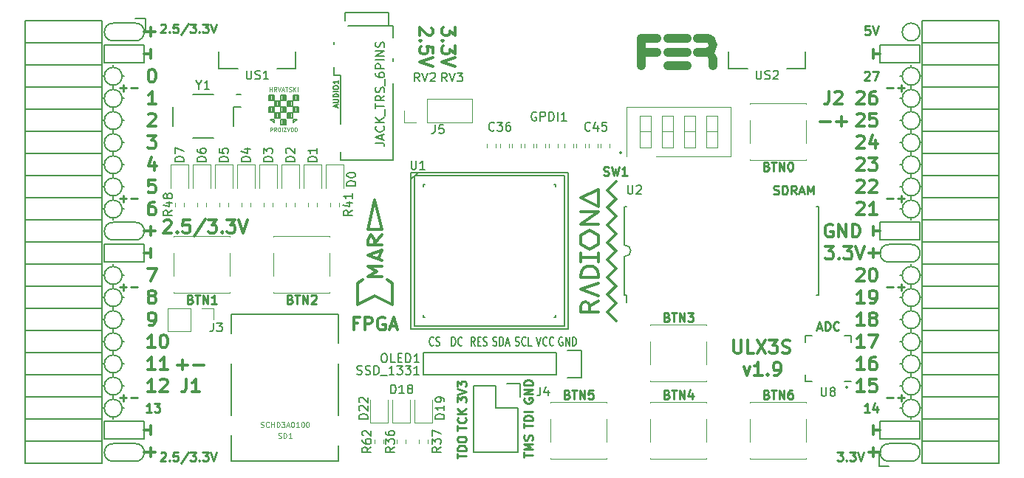
<source format=gto>
G04 #@! TF.GenerationSoftware,KiCad,Pcbnew,5.0.0-rc2+dfsg1-3*
G04 #@! TF.CreationDate,2018-06-19T10:25:04+02:00*
G04 #@! TF.ProjectId,ulx3s,756C7833732E6B696361645F70636200,rev?*
G04 #@! TF.SameCoordinates,Original*
G04 #@! TF.FileFunction,Legend,Top*
G04 #@! TF.FilePolarity,Positive*
%FSLAX46Y46*%
G04 Gerber Fmt 4.6, Leading zero omitted, Abs format (unit mm)*
G04 Created by KiCad (PCBNEW 5.0.0-rc2+dfsg1-3) date Tue Jun 19 10:25:04 2018*
%MOMM*%
%LPD*%
G01*
G04 APERTURE LIST*
%ADD10C,0.200000*%
%ADD11C,0.300000*%
%ADD12C,0.250000*%
%ADD13C,0.150000*%
%ADD14C,1.000000*%
%ADD15C,0.120000*%
%ADD16C,0.152400*%
%ADD17C,0.124460*%
%ADD18C,0.075000*%
G04 APERTURE END LIST*
D10*
X153678000Y-76551000D02*
G75*
G03X153678000Y-76551000I-127000J0D01*
G01*
X179586000Y-103475000D02*
G75*
G03X179586000Y-103475000I-127000J0D01*
G01*
D11*
X134560428Y-62144714D02*
X134560428Y-63073285D01*
X133989000Y-62573285D01*
X133989000Y-62787571D01*
X133917571Y-62930428D01*
X133846142Y-63001857D01*
X133703285Y-63073285D01*
X133346142Y-63073285D01*
X133203285Y-63001857D01*
X133131857Y-62930428D01*
X133060428Y-62787571D01*
X133060428Y-62359000D01*
X133131857Y-62216142D01*
X133203285Y-62144714D01*
X133203285Y-63716142D02*
X133131857Y-63787571D01*
X133060428Y-63716142D01*
X133131857Y-63644714D01*
X133203285Y-63716142D01*
X133060428Y-63716142D01*
X134560428Y-64287571D02*
X134560428Y-65216142D01*
X133989000Y-64716142D01*
X133989000Y-64930428D01*
X133917571Y-65073285D01*
X133846142Y-65144714D01*
X133703285Y-65216142D01*
X133346142Y-65216142D01*
X133203285Y-65144714D01*
X133131857Y-65073285D01*
X133060428Y-64930428D01*
X133060428Y-64501857D01*
X133131857Y-64359000D01*
X133203285Y-64287571D01*
X134560428Y-65644714D02*
X133060428Y-66144714D01*
X134560428Y-66644714D01*
X131877571Y-62216142D02*
X131949000Y-62287571D01*
X132020428Y-62430428D01*
X132020428Y-62787571D01*
X131949000Y-62930428D01*
X131877571Y-63001857D01*
X131734714Y-63073285D01*
X131591857Y-63073285D01*
X131377571Y-63001857D01*
X130520428Y-62144714D01*
X130520428Y-63073285D01*
X130663285Y-63716142D02*
X130591857Y-63787571D01*
X130520428Y-63716142D01*
X130591857Y-63644714D01*
X130663285Y-63716142D01*
X130520428Y-63716142D01*
X132020428Y-65144714D02*
X132020428Y-64430428D01*
X131306142Y-64359000D01*
X131377571Y-64430428D01*
X131449000Y-64573285D01*
X131449000Y-64930428D01*
X131377571Y-65073285D01*
X131306142Y-65144714D01*
X131163285Y-65216142D01*
X130806142Y-65216142D01*
X130663285Y-65144714D01*
X130591857Y-65073285D01*
X130520428Y-64930428D01*
X130520428Y-64573285D01*
X130591857Y-64430428D01*
X130663285Y-64359000D01*
X132020428Y-65644714D02*
X130520428Y-66144714D01*
X132020428Y-66644714D01*
X102760000Y-100897142D02*
X103902857Y-100897142D01*
X103331428Y-101468571D02*
X103331428Y-100325714D01*
X104617142Y-100897142D02*
X105760000Y-100897142D01*
X167664142Y-101121571D02*
X168021285Y-102121571D01*
X168378428Y-101121571D01*
X169735571Y-102121571D02*
X168878428Y-102121571D01*
X169307000Y-102121571D02*
X169307000Y-100621571D01*
X169164142Y-100835857D01*
X169021285Y-100978714D01*
X168878428Y-101050142D01*
X170378428Y-101978714D02*
X170449857Y-102050142D01*
X170378428Y-102121571D01*
X170307000Y-102050142D01*
X170378428Y-101978714D01*
X170378428Y-102121571D01*
X171164142Y-102121571D02*
X171449857Y-102121571D01*
X171592714Y-102050142D01*
X171664142Y-101978714D01*
X171807000Y-101764428D01*
X171878428Y-101478714D01*
X171878428Y-100907285D01*
X171807000Y-100764428D01*
X171735571Y-100693000D01*
X171592714Y-100621571D01*
X171307000Y-100621571D01*
X171164142Y-100693000D01*
X171092714Y-100764428D01*
X171021285Y-100907285D01*
X171021285Y-101264428D01*
X171092714Y-101407285D01*
X171164142Y-101478714D01*
X171307000Y-101550142D01*
X171592714Y-101550142D01*
X171735571Y-101478714D01*
X171807000Y-101407285D01*
X171878428Y-101264428D01*
X182492000Y-87582000D02*
X182492000Y-88598000D01*
X181984000Y-88090000D02*
X183254000Y-88090000D01*
X182492000Y-110442000D02*
X182492000Y-111458000D01*
X183254000Y-110950000D02*
X181984000Y-110950000D01*
X99688000Y-110442000D02*
X99688000Y-111458000D01*
X98926000Y-110950000D02*
X100196000Y-110950000D01*
X99688000Y-62182000D02*
X99688000Y-63198000D01*
X98926000Y-62690000D02*
X100196000Y-62690000D01*
X99688000Y-85042000D02*
X99688000Y-86058000D01*
X98926000Y-85550000D02*
X100196000Y-85550000D01*
D10*
X97910000Y-63706000D02*
G75*
G03X97910000Y-61674000I0J1016000D01*
G01*
X184270000Y-109934000D02*
G75*
G03X184270000Y-111966000I0J-1016000D01*
G01*
X95370000Y-111966000D02*
X97910000Y-111966000D01*
X95370000Y-109934000D02*
X97910000Y-109934000D01*
X97910000Y-111966000D02*
G75*
G03X97910000Y-109934000I0J1016000D01*
G01*
X95370000Y-109934000D02*
G75*
G03X95370000Y-111966000I0J-1016000D01*
G01*
X95370000Y-61674000D02*
X97910000Y-61674000D01*
X95370000Y-63706000D02*
X97910000Y-63706000D01*
X95370000Y-61674000D02*
G75*
G03X95370000Y-63706000I0J-1016000D01*
G01*
X95370000Y-84534000D02*
X97910000Y-84534000D01*
X95370000Y-86566000D02*
X97910000Y-86566000D01*
X95370000Y-84534000D02*
G75*
G03X95370000Y-86566000I0J-1016000D01*
G01*
X97910000Y-86566000D02*
G75*
G03X97910000Y-84534000I0J1016000D01*
G01*
X187826000Y-62690000D02*
G75*
G03X187826000Y-62690000I-1016000J0D01*
G01*
X184270000Y-89106000D02*
X186810000Y-89106000D01*
X184270000Y-87074000D02*
X186810000Y-87074000D01*
X184270000Y-87074000D02*
G75*
G03X184270000Y-89106000I0J-1016000D01*
G01*
X186810000Y-89106000D02*
G75*
G03X186810000Y-87074000I0J1016000D01*
G01*
X186810000Y-111966000D02*
X184270000Y-111966000D01*
X186810000Y-109934000D02*
X184270000Y-109934000D01*
X186810000Y-111966000D02*
G75*
G03X186810000Y-109934000I0J1016000D01*
G01*
X94354000Y-66246000D02*
X94354000Y-64214000D01*
X98926000Y-66246000D02*
X94354000Y-66246000D01*
X98926000Y-64214000D02*
X98926000Y-66246000D01*
X94354000Y-64214000D02*
X98926000Y-64214000D01*
X94354000Y-87074000D02*
X98926000Y-87074000D01*
X94354000Y-89106000D02*
X94354000Y-87074000D01*
X98926000Y-89106000D02*
X94354000Y-89106000D01*
X98926000Y-87074000D02*
X98926000Y-89106000D01*
X94354000Y-109426000D02*
X98926000Y-109426000D01*
X94354000Y-107394000D02*
X94354000Y-109426000D01*
X98926000Y-107394000D02*
X94354000Y-107394000D01*
X98926000Y-109426000D02*
X98926000Y-107394000D01*
X183254000Y-109426000D02*
X187826000Y-109426000D01*
X183254000Y-107394000D02*
X183254000Y-109426000D01*
X187826000Y-107394000D02*
X187826000Y-109426000D01*
X183254000Y-107394000D02*
X187826000Y-107394000D01*
X183254000Y-66246000D02*
X187826000Y-66246000D01*
X183254000Y-64214000D02*
X183254000Y-66246000D01*
X187826000Y-64214000D02*
X183254000Y-64214000D01*
X187826000Y-66246000D02*
X187826000Y-64214000D01*
X183254000Y-84534000D02*
X187826000Y-84534000D01*
X183254000Y-86566000D02*
X183254000Y-84534000D01*
X187826000Y-86566000D02*
X183254000Y-86566000D01*
X187826000Y-84534000D02*
X187826000Y-86566000D01*
D12*
X96148000Y-69111428D02*
X96909904Y-69111428D01*
X96528952Y-69492380D02*
X96528952Y-68730476D01*
X97386095Y-69111428D02*
X98148000Y-69111428D01*
X96148000Y-81811428D02*
X96909904Y-81811428D01*
X96528952Y-82192380D02*
X96528952Y-81430476D01*
X97386095Y-81811428D02*
X98148000Y-81811428D01*
X96148000Y-91971428D02*
X96909904Y-91971428D01*
X96528952Y-92352380D02*
X96528952Y-91590476D01*
X97386095Y-91971428D02*
X98148000Y-91971428D01*
X96148000Y-104671428D02*
X96909904Y-104671428D01*
X96528952Y-105052380D02*
X96528952Y-104290476D01*
X97386095Y-104671428D02*
X98148000Y-104671428D01*
X184032000Y-104671428D02*
X184793904Y-104671428D01*
X185270095Y-104671428D02*
X186032000Y-104671428D01*
X185651047Y-105052380D02*
X185651047Y-104290476D01*
X184032000Y-91971428D02*
X184793904Y-91971428D01*
X185270095Y-91971428D02*
X186032000Y-91971428D01*
X185651047Y-92352380D02*
X185651047Y-91590476D01*
X184032000Y-81811428D02*
X184793904Y-81811428D01*
X185270095Y-81811428D02*
X186032000Y-81811428D01*
X185651047Y-82192380D02*
X185651047Y-81430476D01*
X184032000Y-69111428D02*
X184793904Y-69111428D01*
X185270095Y-69111428D02*
X186032000Y-69111428D01*
X185651047Y-69492380D02*
X185651047Y-68730476D01*
D11*
X176420000Y-72957142D02*
X177562857Y-72957142D01*
X178277142Y-72957142D02*
X179420000Y-72957142D01*
X178848571Y-73528571D02*
X178848571Y-72385714D01*
D10*
X187826000Y-67770000D02*
G75*
G03X187826000Y-67770000I-1016000J0D01*
G01*
X187826000Y-70310000D02*
G75*
G03X187826000Y-70310000I-1016000J0D01*
G01*
X187826000Y-72850000D02*
G75*
G03X187826000Y-72850000I-1016000J0D01*
G01*
X187826000Y-75390000D02*
G75*
G03X187826000Y-75390000I-1016000J0D01*
G01*
X187826000Y-77930000D02*
G75*
G03X187826000Y-77930000I-1016000J0D01*
G01*
X187826000Y-80470000D02*
G75*
G03X187826000Y-80470000I-1016000J0D01*
G01*
X187826000Y-83010000D02*
G75*
G03X187826000Y-83010000I-1016000J0D01*
G01*
X187826000Y-90630000D02*
G75*
G03X187826000Y-90630000I-1016000J0D01*
G01*
X187826000Y-93170000D02*
G75*
G03X187826000Y-93170000I-1016000J0D01*
G01*
X187826000Y-95710000D02*
G75*
G03X187826000Y-95710000I-1016000J0D01*
G01*
X187826000Y-98250000D02*
G75*
G03X187826000Y-98250000I-1016000J0D01*
G01*
X187826000Y-100790000D02*
G75*
G03X187826000Y-100790000I-1016000J0D01*
G01*
X187826000Y-103330000D02*
G75*
G03X187826000Y-103330000I-1016000J0D01*
G01*
X187826000Y-105870000D02*
G75*
G03X187826000Y-105870000I-1016000J0D01*
G01*
X96386000Y-105870000D02*
G75*
G03X96386000Y-105870000I-1016000J0D01*
G01*
X96386000Y-103330000D02*
G75*
G03X96386000Y-103330000I-1016000J0D01*
G01*
X96386000Y-100790000D02*
G75*
G03X96386000Y-100790000I-1016000J0D01*
G01*
X96386000Y-98250000D02*
G75*
G03X96386000Y-98250000I-1016000J0D01*
G01*
X96386000Y-95710000D02*
G75*
G03X96386000Y-95710000I-1016000J0D01*
G01*
X96386000Y-93170000D02*
G75*
G03X96386000Y-93170000I-1016000J0D01*
G01*
X96386000Y-90630000D02*
G75*
G03X96386000Y-90630000I-1016000J0D01*
G01*
X96386000Y-83010000D02*
G75*
G03X96386000Y-83010000I-1016000J0D01*
G01*
X96386000Y-80470000D02*
G75*
G03X96386000Y-80470000I-1016000J0D01*
G01*
X96386000Y-77930000D02*
G75*
G03X96386000Y-77930000I-1016000J0D01*
G01*
X96386000Y-75390000D02*
G75*
G03X96386000Y-75390000I-1016000J0D01*
G01*
X96386000Y-72850000D02*
G75*
G03X96386000Y-72850000I-1016000J0D01*
G01*
X96386000Y-70310000D02*
G75*
G03X96386000Y-70310000I-1016000J0D01*
G01*
X96386000Y-67770000D02*
G75*
G03X96386000Y-67770000I-1016000J0D01*
G01*
D11*
X177793142Y-84800000D02*
X177650285Y-84728571D01*
X177436000Y-84728571D01*
X177221714Y-84800000D01*
X177078857Y-84942857D01*
X177007428Y-85085714D01*
X176936000Y-85371428D01*
X176936000Y-85585714D01*
X177007428Y-85871428D01*
X177078857Y-86014285D01*
X177221714Y-86157142D01*
X177436000Y-86228571D01*
X177578857Y-86228571D01*
X177793142Y-86157142D01*
X177864571Y-86085714D01*
X177864571Y-85585714D01*
X177578857Y-85585714D01*
X178507428Y-86228571D02*
X178507428Y-84728571D01*
X179364571Y-86228571D01*
X179364571Y-84728571D01*
X180078857Y-86228571D02*
X180078857Y-84728571D01*
X180436000Y-84728571D01*
X180650285Y-84800000D01*
X180793142Y-84942857D01*
X180864571Y-85085714D01*
X180936000Y-85371428D01*
X180936000Y-85585714D01*
X180864571Y-85871428D01*
X180793142Y-86014285D01*
X180650285Y-86157142D01*
X180436000Y-86228571D01*
X180078857Y-86228571D01*
X182492000Y-86058000D02*
X182492000Y-85042000D01*
X183254000Y-85550000D02*
X182492000Y-85550000D01*
X182492000Y-107902000D02*
X182492000Y-108918000D01*
X182492000Y-108410000D02*
X183254000Y-108410000D01*
D12*
X182047523Y-106322380D02*
X181476095Y-106322380D01*
X181761809Y-106322380D02*
X181761809Y-105322380D01*
X181666571Y-105465238D01*
X181571333Y-105560476D01*
X181476095Y-105608095D01*
X182904666Y-105655714D02*
X182904666Y-106322380D01*
X182666571Y-105274761D02*
X182428476Y-105989047D01*
X183047523Y-105989047D01*
X181476095Y-67317619D02*
X181523714Y-67270000D01*
X181618952Y-67222380D01*
X181857047Y-67222380D01*
X181952285Y-67270000D01*
X181999904Y-67317619D01*
X182047523Y-67412857D01*
X182047523Y-67508095D01*
X181999904Y-67650952D01*
X181428476Y-68222380D01*
X182047523Y-68222380D01*
X182380857Y-67222380D02*
X183047523Y-67222380D01*
X182618952Y-68222380D01*
D11*
X182492000Y-64722000D02*
X182492000Y-65738000D01*
X182492000Y-65230000D02*
X183254000Y-65230000D01*
X99688000Y-107902000D02*
X99688000Y-108918000D01*
X98926000Y-108410000D02*
X99688000Y-108410000D01*
X99315000Y-74568571D02*
X100243571Y-74568571D01*
X99743571Y-75140000D01*
X99957857Y-75140000D01*
X100100714Y-75211428D01*
X100172142Y-75282857D01*
X100243571Y-75425714D01*
X100243571Y-75782857D01*
X100172142Y-75925714D01*
X100100714Y-75997142D01*
X99957857Y-76068571D01*
X99529285Y-76068571D01*
X99386428Y-75997142D01*
X99315000Y-75925714D01*
X100100714Y-77608571D02*
X100100714Y-78608571D01*
X99743571Y-77037142D02*
X99386428Y-78108571D01*
X100315000Y-78108571D01*
X100172142Y-79648571D02*
X99457857Y-79648571D01*
X99386428Y-80362857D01*
X99457857Y-80291428D01*
X99600714Y-80220000D01*
X99957857Y-80220000D01*
X100100714Y-80291428D01*
X100172142Y-80362857D01*
X100243571Y-80505714D01*
X100243571Y-80862857D01*
X100172142Y-81005714D01*
X100100714Y-81077142D01*
X99957857Y-81148571D01*
X99600714Y-81148571D01*
X99457857Y-81077142D01*
X99386428Y-81005714D01*
D12*
X99751523Y-106322380D02*
X99180095Y-106322380D01*
X99465809Y-106322380D02*
X99465809Y-105322380D01*
X99370571Y-105465238D01*
X99275333Y-105560476D01*
X99180095Y-105608095D01*
X100084857Y-105322380D02*
X100703904Y-105322380D01*
X100370571Y-105703333D01*
X100513428Y-105703333D01*
X100608666Y-105750952D01*
X100656285Y-105798571D01*
X100703904Y-105893809D01*
X100703904Y-106131904D01*
X100656285Y-106227142D01*
X100608666Y-106274761D01*
X100513428Y-106322380D01*
X100227714Y-106322380D01*
X100132476Y-106274761D01*
X100084857Y-106227142D01*
D11*
X99315000Y-89808571D02*
X100315000Y-89808571D01*
X99672142Y-91308571D01*
X99688000Y-87582000D02*
X99688000Y-88598000D01*
X98926000Y-88090000D02*
X99688000Y-88090000D01*
X99688000Y-64722000D02*
X99688000Y-65738000D01*
X98926000Y-65230000D02*
X99688000Y-65230000D01*
D12*
X100817976Y-61874619D02*
X100865595Y-61827000D01*
X100960833Y-61779380D01*
X101198928Y-61779380D01*
X101294166Y-61827000D01*
X101341785Y-61874619D01*
X101389404Y-61969857D01*
X101389404Y-62065095D01*
X101341785Y-62207952D01*
X100770357Y-62779380D01*
X101389404Y-62779380D01*
X101817976Y-62684142D02*
X101865595Y-62731761D01*
X101817976Y-62779380D01*
X101770357Y-62731761D01*
X101817976Y-62684142D01*
X101817976Y-62779380D01*
X102770357Y-61779380D02*
X102294166Y-61779380D01*
X102246547Y-62255571D01*
X102294166Y-62207952D01*
X102389404Y-62160333D01*
X102627500Y-62160333D01*
X102722738Y-62207952D01*
X102770357Y-62255571D01*
X102817976Y-62350809D01*
X102817976Y-62588904D01*
X102770357Y-62684142D01*
X102722738Y-62731761D01*
X102627500Y-62779380D01*
X102389404Y-62779380D01*
X102294166Y-62731761D01*
X102246547Y-62684142D01*
X103960833Y-61731761D02*
X103103690Y-63017476D01*
X104198928Y-61779380D02*
X104817976Y-61779380D01*
X104484642Y-62160333D01*
X104627500Y-62160333D01*
X104722738Y-62207952D01*
X104770357Y-62255571D01*
X104817976Y-62350809D01*
X104817976Y-62588904D01*
X104770357Y-62684142D01*
X104722738Y-62731761D01*
X104627500Y-62779380D01*
X104341785Y-62779380D01*
X104246547Y-62731761D01*
X104198928Y-62684142D01*
X105246547Y-62684142D02*
X105294166Y-62731761D01*
X105246547Y-62779380D01*
X105198928Y-62731761D01*
X105246547Y-62684142D01*
X105246547Y-62779380D01*
X105627500Y-61779380D02*
X106246547Y-61779380D01*
X105913214Y-62160333D01*
X106056071Y-62160333D01*
X106151309Y-62207952D01*
X106198928Y-62255571D01*
X106246547Y-62350809D01*
X106246547Y-62588904D01*
X106198928Y-62684142D01*
X106151309Y-62731761D01*
X106056071Y-62779380D01*
X105770357Y-62779380D01*
X105675119Y-62731761D01*
X105627500Y-62684142D01*
X106532261Y-61779380D02*
X106865595Y-62779380D01*
X107198928Y-61779380D01*
X178360261Y-110910380D02*
X178979309Y-110910380D01*
X178645976Y-111291333D01*
X178788833Y-111291333D01*
X178884071Y-111338952D01*
X178931690Y-111386571D01*
X178979309Y-111481809D01*
X178979309Y-111719904D01*
X178931690Y-111815142D01*
X178884071Y-111862761D01*
X178788833Y-111910380D01*
X178503119Y-111910380D01*
X178407880Y-111862761D01*
X178360261Y-111815142D01*
X179407880Y-111815142D02*
X179455500Y-111862761D01*
X179407880Y-111910380D01*
X179360261Y-111862761D01*
X179407880Y-111815142D01*
X179407880Y-111910380D01*
X179788833Y-110910380D02*
X180407880Y-110910380D01*
X180074547Y-111291333D01*
X180217404Y-111291333D01*
X180312642Y-111338952D01*
X180360261Y-111386571D01*
X180407880Y-111481809D01*
X180407880Y-111719904D01*
X180360261Y-111815142D01*
X180312642Y-111862761D01*
X180217404Y-111910380D01*
X179931690Y-111910380D01*
X179836452Y-111862761D01*
X179788833Y-111815142D01*
X180693595Y-110910380D02*
X181026928Y-111910380D01*
X181360261Y-110910380D01*
D11*
X101199714Y-84381428D02*
X101271142Y-84310000D01*
X101414000Y-84238571D01*
X101771142Y-84238571D01*
X101914000Y-84310000D01*
X101985428Y-84381428D01*
X102056857Y-84524285D01*
X102056857Y-84667142D01*
X101985428Y-84881428D01*
X101128285Y-85738571D01*
X102056857Y-85738571D01*
X102699714Y-85595714D02*
X102771142Y-85667142D01*
X102699714Y-85738571D01*
X102628285Y-85667142D01*
X102699714Y-85595714D01*
X102699714Y-85738571D01*
X104128285Y-84238571D02*
X103414000Y-84238571D01*
X103342571Y-84952857D01*
X103414000Y-84881428D01*
X103556857Y-84810000D01*
X103914000Y-84810000D01*
X104056857Y-84881428D01*
X104128285Y-84952857D01*
X104199714Y-85095714D01*
X104199714Y-85452857D01*
X104128285Y-85595714D01*
X104056857Y-85667142D01*
X103914000Y-85738571D01*
X103556857Y-85738571D01*
X103414000Y-85667142D01*
X103342571Y-85595714D01*
X105914000Y-84167142D02*
X104628285Y-86095714D01*
X106271142Y-84238571D02*
X107199714Y-84238571D01*
X106699714Y-84810000D01*
X106914000Y-84810000D01*
X107056857Y-84881428D01*
X107128285Y-84952857D01*
X107199714Y-85095714D01*
X107199714Y-85452857D01*
X107128285Y-85595714D01*
X107056857Y-85667142D01*
X106914000Y-85738571D01*
X106485428Y-85738571D01*
X106342571Y-85667142D01*
X106271142Y-85595714D01*
X107842571Y-85595714D02*
X107914000Y-85667142D01*
X107842571Y-85738571D01*
X107771142Y-85667142D01*
X107842571Y-85595714D01*
X107842571Y-85738571D01*
X108414000Y-84238571D02*
X109342571Y-84238571D01*
X108842571Y-84810000D01*
X109056857Y-84810000D01*
X109199714Y-84881428D01*
X109271142Y-84952857D01*
X109342571Y-85095714D01*
X109342571Y-85452857D01*
X109271142Y-85595714D01*
X109199714Y-85667142D01*
X109056857Y-85738571D01*
X108628285Y-85738571D01*
X108485428Y-85667142D01*
X108414000Y-85595714D01*
X109771142Y-84238571D02*
X110271142Y-85738571D01*
X110771142Y-84238571D01*
D12*
X100817976Y-111023619D02*
X100865595Y-110976000D01*
X100960833Y-110928380D01*
X101198928Y-110928380D01*
X101294166Y-110976000D01*
X101341785Y-111023619D01*
X101389404Y-111118857D01*
X101389404Y-111214095D01*
X101341785Y-111356952D01*
X100770357Y-111928380D01*
X101389404Y-111928380D01*
X101817976Y-111833142D02*
X101865595Y-111880761D01*
X101817976Y-111928380D01*
X101770357Y-111880761D01*
X101817976Y-111833142D01*
X101817976Y-111928380D01*
X102770357Y-110928380D02*
X102294166Y-110928380D01*
X102246547Y-111404571D01*
X102294166Y-111356952D01*
X102389404Y-111309333D01*
X102627500Y-111309333D01*
X102722738Y-111356952D01*
X102770357Y-111404571D01*
X102817976Y-111499809D01*
X102817976Y-111737904D01*
X102770357Y-111833142D01*
X102722738Y-111880761D01*
X102627500Y-111928380D01*
X102389404Y-111928380D01*
X102294166Y-111880761D01*
X102246547Y-111833142D01*
X103960833Y-110880761D02*
X103103690Y-112166476D01*
X104198928Y-110928380D02*
X104817976Y-110928380D01*
X104484642Y-111309333D01*
X104627500Y-111309333D01*
X104722738Y-111356952D01*
X104770357Y-111404571D01*
X104817976Y-111499809D01*
X104817976Y-111737904D01*
X104770357Y-111833142D01*
X104722738Y-111880761D01*
X104627500Y-111928380D01*
X104341785Y-111928380D01*
X104246547Y-111880761D01*
X104198928Y-111833142D01*
X105246547Y-111833142D02*
X105294166Y-111880761D01*
X105246547Y-111928380D01*
X105198928Y-111880761D01*
X105246547Y-111833142D01*
X105246547Y-111928380D01*
X105627500Y-110928380D02*
X106246547Y-110928380D01*
X105913214Y-111309333D01*
X106056071Y-111309333D01*
X106151309Y-111356952D01*
X106198928Y-111404571D01*
X106246547Y-111499809D01*
X106246547Y-111737904D01*
X106198928Y-111833142D01*
X106151309Y-111880761D01*
X106056071Y-111928380D01*
X105770357Y-111928380D01*
X105675119Y-111880761D01*
X105627500Y-111833142D01*
X106532261Y-110928380D02*
X106865595Y-111928380D01*
X107198928Y-110928380D01*
X182047523Y-62015380D02*
X181571333Y-62015380D01*
X181523714Y-62491571D01*
X181571333Y-62443952D01*
X181666571Y-62396333D01*
X181904666Y-62396333D01*
X181999904Y-62443952D01*
X182047523Y-62491571D01*
X182095142Y-62586809D01*
X182095142Y-62824904D01*
X182047523Y-62920142D01*
X181999904Y-62967761D01*
X181904666Y-63015380D01*
X181666571Y-63015380D01*
X181571333Y-62967761D01*
X181523714Y-62920142D01*
X182380857Y-62015380D02*
X182714190Y-63015380D01*
X183047523Y-62015380D01*
D11*
X180587142Y-69631428D02*
X180658571Y-69560000D01*
X180801428Y-69488571D01*
X181158571Y-69488571D01*
X181301428Y-69560000D01*
X181372857Y-69631428D01*
X181444285Y-69774285D01*
X181444285Y-69917142D01*
X181372857Y-70131428D01*
X180515714Y-70988571D01*
X181444285Y-70988571D01*
X182730000Y-69488571D02*
X182444285Y-69488571D01*
X182301428Y-69560000D01*
X182230000Y-69631428D01*
X182087142Y-69845714D01*
X182015714Y-70131428D01*
X182015714Y-70702857D01*
X182087142Y-70845714D01*
X182158571Y-70917142D01*
X182301428Y-70988571D01*
X182587142Y-70988571D01*
X182730000Y-70917142D01*
X182801428Y-70845714D01*
X182872857Y-70702857D01*
X182872857Y-70345714D01*
X182801428Y-70202857D01*
X182730000Y-70131428D01*
X182587142Y-70060000D01*
X182301428Y-70060000D01*
X182158571Y-70131428D01*
X182087142Y-70202857D01*
X182015714Y-70345714D01*
X180587142Y-72171428D02*
X180658571Y-72100000D01*
X180801428Y-72028571D01*
X181158571Y-72028571D01*
X181301428Y-72100000D01*
X181372857Y-72171428D01*
X181444285Y-72314285D01*
X181444285Y-72457142D01*
X181372857Y-72671428D01*
X180515714Y-73528571D01*
X181444285Y-73528571D01*
X182801428Y-72028571D02*
X182087142Y-72028571D01*
X182015714Y-72742857D01*
X182087142Y-72671428D01*
X182230000Y-72600000D01*
X182587142Y-72600000D01*
X182730000Y-72671428D01*
X182801428Y-72742857D01*
X182872857Y-72885714D01*
X182872857Y-73242857D01*
X182801428Y-73385714D01*
X182730000Y-73457142D01*
X182587142Y-73528571D01*
X182230000Y-73528571D01*
X182087142Y-73457142D01*
X182015714Y-73385714D01*
X180587142Y-74711428D02*
X180658571Y-74640000D01*
X180801428Y-74568571D01*
X181158571Y-74568571D01*
X181301428Y-74640000D01*
X181372857Y-74711428D01*
X181444285Y-74854285D01*
X181444285Y-74997142D01*
X181372857Y-75211428D01*
X180515714Y-76068571D01*
X181444285Y-76068571D01*
X182730000Y-75068571D02*
X182730000Y-76068571D01*
X182372857Y-74497142D02*
X182015714Y-75568571D01*
X182944285Y-75568571D01*
X180587142Y-77251428D02*
X180658571Y-77180000D01*
X180801428Y-77108571D01*
X181158571Y-77108571D01*
X181301428Y-77180000D01*
X181372857Y-77251428D01*
X181444285Y-77394285D01*
X181444285Y-77537142D01*
X181372857Y-77751428D01*
X180515714Y-78608571D01*
X181444285Y-78608571D01*
X181944285Y-77108571D02*
X182872857Y-77108571D01*
X182372857Y-77680000D01*
X182587142Y-77680000D01*
X182730000Y-77751428D01*
X182801428Y-77822857D01*
X182872857Y-77965714D01*
X182872857Y-78322857D01*
X182801428Y-78465714D01*
X182730000Y-78537142D01*
X182587142Y-78608571D01*
X182158571Y-78608571D01*
X182015714Y-78537142D01*
X181944285Y-78465714D01*
X180587142Y-79791428D02*
X180658571Y-79720000D01*
X180801428Y-79648571D01*
X181158571Y-79648571D01*
X181301428Y-79720000D01*
X181372857Y-79791428D01*
X181444285Y-79934285D01*
X181444285Y-80077142D01*
X181372857Y-80291428D01*
X180515714Y-81148571D01*
X181444285Y-81148571D01*
X182015714Y-79791428D02*
X182087142Y-79720000D01*
X182230000Y-79648571D01*
X182587142Y-79648571D01*
X182730000Y-79720000D01*
X182801428Y-79791428D01*
X182872857Y-79934285D01*
X182872857Y-80077142D01*
X182801428Y-80291428D01*
X181944285Y-81148571D01*
X182872857Y-81148571D01*
X180587142Y-82331428D02*
X180658571Y-82260000D01*
X180801428Y-82188571D01*
X181158571Y-82188571D01*
X181301428Y-82260000D01*
X181372857Y-82331428D01*
X181444285Y-82474285D01*
X181444285Y-82617142D01*
X181372857Y-82831428D01*
X180515714Y-83688571D01*
X181444285Y-83688571D01*
X182872857Y-83688571D02*
X182015714Y-83688571D01*
X182444285Y-83688571D02*
X182444285Y-82188571D01*
X182301428Y-82402857D01*
X182158571Y-82545714D01*
X182015714Y-82617142D01*
X176975714Y-87268571D02*
X177904285Y-87268571D01*
X177404285Y-87840000D01*
X177618571Y-87840000D01*
X177761428Y-87911428D01*
X177832857Y-87982857D01*
X177904285Y-88125714D01*
X177904285Y-88482857D01*
X177832857Y-88625714D01*
X177761428Y-88697142D01*
X177618571Y-88768571D01*
X177190000Y-88768571D01*
X177047142Y-88697142D01*
X176975714Y-88625714D01*
X178547142Y-88625714D02*
X178618571Y-88697142D01*
X178547142Y-88768571D01*
X178475714Y-88697142D01*
X178547142Y-88625714D01*
X178547142Y-88768571D01*
X179118571Y-87268571D02*
X180047142Y-87268571D01*
X179547142Y-87840000D01*
X179761428Y-87840000D01*
X179904285Y-87911428D01*
X179975714Y-87982857D01*
X180047142Y-88125714D01*
X180047142Y-88482857D01*
X179975714Y-88625714D01*
X179904285Y-88697142D01*
X179761428Y-88768571D01*
X179332857Y-88768571D01*
X179190000Y-88697142D01*
X179118571Y-88625714D01*
X180475714Y-87268571D02*
X180975714Y-88768571D01*
X181475714Y-87268571D01*
X180587142Y-89951428D02*
X180658571Y-89880000D01*
X180801428Y-89808571D01*
X181158571Y-89808571D01*
X181301428Y-89880000D01*
X181372857Y-89951428D01*
X181444285Y-90094285D01*
X181444285Y-90237142D01*
X181372857Y-90451428D01*
X180515714Y-91308571D01*
X181444285Y-91308571D01*
X182372857Y-89808571D02*
X182515714Y-89808571D01*
X182658571Y-89880000D01*
X182730000Y-89951428D01*
X182801428Y-90094285D01*
X182872857Y-90380000D01*
X182872857Y-90737142D01*
X182801428Y-91022857D01*
X182730000Y-91165714D01*
X182658571Y-91237142D01*
X182515714Y-91308571D01*
X182372857Y-91308571D01*
X182230000Y-91237142D01*
X182158571Y-91165714D01*
X182087142Y-91022857D01*
X182015714Y-90737142D01*
X182015714Y-90380000D01*
X182087142Y-90094285D01*
X182158571Y-89951428D01*
X182230000Y-89880000D01*
X182372857Y-89808571D01*
X181444285Y-93848571D02*
X180587142Y-93848571D01*
X181015714Y-93848571D02*
X181015714Y-92348571D01*
X180872857Y-92562857D01*
X180730000Y-92705714D01*
X180587142Y-92777142D01*
X182158571Y-93848571D02*
X182444285Y-93848571D01*
X182587142Y-93777142D01*
X182658571Y-93705714D01*
X182801428Y-93491428D01*
X182872857Y-93205714D01*
X182872857Y-92634285D01*
X182801428Y-92491428D01*
X182730000Y-92420000D01*
X182587142Y-92348571D01*
X182301428Y-92348571D01*
X182158571Y-92420000D01*
X182087142Y-92491428D01*
X182015714Y-92634285D01*
X182015714Y-92991428D01*
X182087142Y-93134285D01*
X182158571Y-93205714D01*
X182301428Y-93277142D01*
X182587142Y-93277142D01*
X182730000Y-93205714D01*
X182801428Y-93134285D01*
X182872857Y-92991428D01*
X181444285Y-96388571D02*
X180587142Y-96388571D01*
X181015714Y-96388571D02*
X181015714Y-94888571D01*
X180872857Y-95102857D01*
X180730000Y-95245714D01*
X180587142Y-95317142D01*
X182301428Y-95531428D02*
X182158571Y-95460000D01*
X182087142Y-95388571D01*
X182015714Y-95245714D01*
X182015714Y-95174285D01*
X182087142Y-95031428D01*
X182158571Y-94960000D01*
X182301428Y-94888571D01*
X182587142Y-94888571D01*
X182730000Y-94960000D01*
X182801428Y-95031428D01*
X182872857Y-95174285D01*
X182872857Y-95245714D01*
X182801428Y-95388571D01*
X182730000Y-95460000D01*
X182587142Y-95531428D01*
X182301428Y-95531428D01*
X182158571Y-95602857D01*
X182087142Y-95674285D01*
X182015714Y-95817142D01*
X182015714Y-96102857D01*
X182087142Y-96245714D01*
X182158571Y-96317142D01*
X182301428Y-96388571D01*
X182587142Y-96388571D01*
X182730000Y-96317142D01*
X182801428Y-96245714D01*
X182872857Y-96102857D01*
X182872857Y-95817142D01*
X182801428Y-95674285D01*
X182730000Y-95602857D01*
X182587142Y-95531428D01*
X181444285Y-98928571D02*
X180587142Y-98928571D01*
X181015714Y-98928571D02*
X181015714Y-97428571D01*
X180872857Y-97642857D01*
X180730000Y-97785714D01*
X180587142Y-97857142D01*
X181944285Y-97428571D02*
X182944285Y-97428571D01*
X182301428Y-98928571D01*
X181444285Y-101468571D02*
X180587142Y-101468571D01*
X181015714Y-101468571D02*
X181015714Y-99968571D01*
X180872857Y-100182857D01*
X180730000Y-100325714D01*
X180587142Y-100397142D01*
X182730000Y-99968571D02*
X182444285Y-99968571D01*
X182301428Y-100040000D01*
X182230000Y-100111428D01*
X182087142Y-100325714D01*
X182015714Y-100611428D01*
X182015714Y-101182857D01*
X182087142Y-101325714D01*
X182158571Y-101397142D01*
X182301428Y-101468571D01*
X182587142Y-101468571D01*
X182730000Y-101397142D01*
X182801428Y-101325714D01*
X182872857Y-101182857D01*
X182872857Y-100825714D01*
X182801428Y-100682857D01*
X182730000Y-100611428D01*
X182587142Y-100540000D01*
X182301428Y-100540000D01*
X182158571Y-100611428D01*
X182087142Y-100682857D01*
X182015714Y-100825714D01*
X181444285Y-104008571D02*
X180587142Y-104008571D01*
X181015714Y-104008571D02*
X181015714Y-102508571D01*
X180872857Y-102722857D01*
X180730000Y-102865714D01*
X180587142Y-102937142D01*
X182801428Y-102508571D02*
X182087142Y-102508571D01*
X182015714Y-103222857D01*
X182087142Y-103151428D01*
X182230000Y-103080000D01*
X182587142Y-103080000D01*
X182730000Y-103151428D01*
X182801428Y-103222857D01*
X182872857Y-103365714D01*
X182872857Y-103722857D01*
X182801428Y-103865714D01*
X182730000Y-103937142D01*
X182587142Y-104008571D01*
X182230000Y-104008571D01*
X182087142Y-103937142D01*
X182015714Y-103865714D01*
D10*
X186810000Y-66500000D02*
X186810000Y-66754000D01*
X187826000Y-67770000D02*
X188080000Y-67770000D01*
X185540000Y-67770000D02*
X185794000Y-67770000D01*
X186810000Y-69294000D02*
X186810000Y-68786000D01*
X187826000Y-70310000D02*
X188080000Y-70310000D01*
X185540000Y-70310000D02*
X185794000Y-70310000D01*
X186810000Y-71326000D02*
X186810000Y-71834000D01*
X187826000Y-72850000D02*
X188080000Y-72850000D01*
X185540000Y-72850000D02*
X185794000Y-72850000D01*
X186810000Y-73866000D02*
X186810000Y-74374000D01*
X187826000Y-75390000D02*
X188080000Y-75390000D01*
X185540000Y-75390000D02*
X185794000Y-75390000D01*
X186810000Y-76406000D02*
X186810000Y-76914000D01*
X187826000Y-77930000D02*
X188080000Y-77930000D01*
X185540000Y-77930000D02*
X185794000Y-77930000D01*
X186810000Y-79454000D02*
X186810000Y-78946000D01*
X187826000Y-80470000D02*
X188080000Y-80470000D01*
X185540000Y-80470000D02*
X185794000Y-80470000D01*
X186810000Y-81994000D02*
X186810000Y-81486000D01*
X187826000Y-83010000D02*
X188080000Y-83010000D01*
X185540000Y-83010000D02*
X185794000Y-83010000D01*
X186810000Y-84026000D02*
X186810000Y-84280000D01*
X186810000Y-89360000D02*
X186810000Y-89614000D01*
X187826000Y-90630000D02*
X188080000Y-90630000D01*
X185540000Y-90630000D02*
X185794000Y-90630000D01*
X186810000Y-91646000D02*
X186810000Y-92154000D01*
X187826000Y-93170000D02*
X188080000Y-93170000D01*
X185540000Y-93170000D02*
X185794000Y-93170000D01*
X186810000Y-94186000D02*
X186810000Y-94694000D01*
X187826000Y-95710000D02*
X188080000Y-95710000D01*
X185540000Y-95710000D02*
X185794000Y-95710000D01*
X186810000Y-97234000D02*
X186810000Y-96726000D01*
X187826000Y-98250000D02*
X188080000Y-98250000D01*
X185540000Y-98250000D02*
X185794000Y-98250000D01*
X187826000Y-100790000D02*
X188080000Y-100790000D01*
X185540000Y-100790000D02*
X185794000Y-100790000D01*
X186810000Y-99266000D02*
X186810000Y-99774000D01*
X186810000Y-102314000D02*
X186810000Y-101806000D01*
X187826000Y-103330000D02*
X188080000Y-103330000D01*
X185540000Y-103330000D02*
X185794000Y-103330000D01*
X186810000Y-104346000D02*
X186810000Y-104854000D01*
X185540000Y-105870000D02*
X185794000Y-105870000D01*
X187826000Y-105870000D02*
X188080000Y-105870000D01*
X186810000Y-106886000D02*
X186810000Y-107140000D01*
X95370000Y-66754000D02*
X95370000Y-66500000D01*
X96386000Y-67770000D02*
X96640000Y-67770000D01*
X94100000Y-67770000D02*
X94354000Y-67770000D01*
X95370000Y-68786000D02*
X95370000Y-69294000D01*
X96386000Y-70310000D02*
X96640000Y-70310000D01*
X94100000Y-70310000D02*
X94354000Y-70310000D01*
X95370000Y-71326000D02*
X95370000Y-71834000D01*
X96386000Y-72850000D02*
X96640000Y-72850000D01*
X94100000Y-72850000D02*
X94354000Y-72850000D01*
X95370000Y-73866000D02*
X95370000Y-74374000D01*
X96386000Y-75390000D02*
X96640000Y-75390000D01*
X95370000Y-76406000D02*
X95370000Y-76914000D01*
X96386000Y-77930000D02*
X96640000Y-77930000D01*
X94100000Y-77930000D02*
X94354000Y-77930000D01*
X95370000Y-79454000D02*
X95370000Y-78946000D01*
X96386000Y-80470000D02*
X96640000Y-80470000D01*
X94100000Y-80470000D02*
X94354000Y-80470000D01*
X95370000Y-81486000D02*
X95370000Y-81994000D01*
X96386000Y-83010000D02*
X96640000Y-83010000D01*
X95370000Y-84026000D02*
X95370000Y-84280000D01*
X94100000Y-83010000D02*
X94354000Y-83010000D01*
X95370000Y-106886000D02*
X95370000Y-107140000D01*
X95370000Y-89360000D02*
X95370000Y-89614000D01*
X96386000Y-93170000D02*
X96640000Y-93170000D01*
X94100000Y-93170000D02*
X94354000Y-93170000D01*
X95370000Y-94186000D02*
X95370000Y-94694000D01*
X94100000Y-90630000D02*
X94354000Y-90630000D01*
X96386000Y-90630000D02*
X96640000Y-90630000D01*
X95370000Y-92154000D02*
X95370000Y-91646000D01*
X96386000Y-95710000D02*
X96640000Y-95710000D01*
X94100000Y-95710000D02*
X94354000Y-95710000D01*
X96386000Y-98250000D02*
X96640000Y-98250000D01*
X94354000Y-98250000D02*
X94100000Y-98250000D01*
X95370000Y-96726000D02*
X95370000Y-97234000D01*
X95370000Y-99266000D02*
X95370000Y-99774000D01*
X94100000Y-100790000D02*
X94354000Y-100790000D01*
X96386000Y-100790000D02*
X96640000Y-100790000D01*
X94100000Y-103330000D02*
X94354000Y-103330000D01*
X96386000Y-103330000D02*
X96640000Y-103330000D01*
X95370000Y-101806000D02*
X95370000Y-102314000D01*
X95370000Y-104346000D02*
X95370000Y-104854000D01*
X96386000Y-105870000D02*
X96640000Y-105870000D01*
X94100000Y-105870000D02*
X94354000Y-105870000D01*
D11*
X100164285Y-104008571D02*
X99307142Y-104008571D01*
X99735714Y-104008571D02*
X99735714Y-102508571D01*
X99592857Y-102722857D01*
X99450000Y-102865714D01*
X99307142Y-102937142D01*
X100735714Y-102651428D02*
X100807142Y-102580000D01*
X100950000Y-102508571D01*
X101307142Y-102508571D01*
X101450000Y-102580000D01*
X101521428Y-102651428D01*
X101592857Y-102794285D01*
X101592857Y-102937142D01*
X101521428Y-103151428D01*
X100664285Y-104008571D01*
X101592857Y-104008571D01*
X100164285Y-101468571D02*
X99307142Y-101468571D01*
X99735714Y-101468571D02*
X99735714Y-99968571D01*
X99592857Y-100182857D01*
X99450000Y-100325714D01*
X99307142Y-100397142D01*
X101592857Y-101468571D02*
X100735714Y-101468571D01*
X101164285Y-101468571D02*
X101164285Y-99968571D01*
X101021428Y-100182857D01*
X100878571Y-100325714D01*
X100735714Y-100397142D01*
X100164285Y-98928571D02*
X99307142Y-98928571D01*
X99735714Y-98928571D02*
X99735714Y-97428571D01*
X99592857Y-97642857D01*
X99450000Y-97785714D01*
X99307142Y-97857142D01*
X101092857Y-97428571D02*
X101235714Y-97428571D01*
X101378571Y-97500000D01*
X101450000Y-97571428D01*
X101521428Y-97714285D01*
X101592857Y-98000000D01*
X101592857Y-98357142D01*
X101521428Y-98642857D01*
X101450000Y-98785714D01*
X101378571Y-98857142D01*
X101235714Y-98928571D01*
X101092857Y-98928571D01*
X100950000Y-98857142D01*
X100878571Y-98785714D01*
X100807142Y-98642857D01*
X100735714Y-98357142D01*
X100735714Y-98000000D01*
X100807142Y-97714285D01*
X100878571Y-97571428D01*
X100950000Y-97500000D01*
X101092857Y-97428571D01*
X99529285Y-96388571D02*
X99815000Y-96388571D01*
X99957857Y-96317142D01*
X100029285Y-96245714D01*
X100172142Y-96031428D01*
X100243571Y-95745714D01*
X100243571Y-95174285D01*
X100172142Y-95031428D01*
X100100714Y-94960000D01*
X99957857Y-94888571D01*
X99672142Y-94888571D01*
X99529285Y-94960000D01*
X99457857Y-95031428D01*
X99386428Y-95174285D01*
X99386428Y-95531428D01*
X99457857Y-95674285D01*
X99529285Y-95745714D01*
X99672142Y-95817142D01*
X99957857Y-95817142D01*
X100100714Y-95745714D01*
X100172142Y-95674285D01*
X100243571Y-95531428D01*
X99672142Y-92991428D02*
X99529285Y-92920000D01*
X99457857Y-92848571D01*
X99386428Y-92705714D01*
X99386428Y-92634285D01*
X99457857Y-92491428D01*
X99529285Y-92420000D01*
X99672142Y-92348571D01*
X99957857Y-92348571D01*
X100100714Y-92420000D01*
X100172142Y-92491428D01*
X100243571Y-92634285D01*
X100243571Y-92705714D01*
X100172142Y-92848571D01*
X100100714Y-92920000D01*
X99957857Y-92991428D01*
X99672142Y-92991428D01*
X99529285Y-93062857D01*
X99457857Y-93134285D01*
X99386428Y-93277142D01*
X99386428Y-93562857D01*
X99457857Y-93705714D01*
X99529285Y-93777142D01*
X99672142Y-93848571D01*
X99957857Y-93848571D01*
X100100714Y-93777142D01*
X100172142Y-93705714D01*
X100243571Y-93562857D01*
X100243571Y-93277142D01*
X100172142Y-93134285D01*
X100100714Y-93062857D01*
X99957857Y-92991428D01*
X100100714Y-82188571D02*
X99815000Y-82188571D01*
X99672142Y-82260000D01*
X99600714Y-82331428D01*
X99457857Y-82545714D01*
X99386428Y-82831428D01*
X99386428Y-83402857D01*
X99457857Y-83545714D01*
X99529285Y-83617142D01*
X99672142Y-83688571D01*
X99957857Y-83688571D01*
X100100714Y-83617142D01*
X100172142Y-83545714D01*
X100243571Y-83402857D01*
X100243571Y-83045714D01*
X100172142Y-82902857D01*
X100100714Y-82831428D01*
X99957857Y-82760000D01*
X99672142Y-82760000D01*
X99529285Y-82831428D01*
X99457857Y-82902857D01*
X99386428Y-83045714D01*
X99386428Y-72171428D02*
X99457857Y-72100000D01*
X99600714Y-72028571D01*
X99957857Y-72028571D01*
X100100714Y-72100000D01*
X100172142Y-72171428D01*
X100243571Y-72314285D01*
X100243571Y-72457142D01*
X100172142Y-72671428D01*
X99315000Y-73528571D01*
X100243571Y-73528571D01*
X100243571Y-70988571D02*
X99386428Y-70988571D01*
X99815000Y-70988571D02*
X99815000Y-69488571D01*
X99672142Y-69702857D01*
X99529285Y-69845714D01*
X99386428Y-69917142D01*
X99743571Y-66948571D02*
X99886428Y-66948571D01*
X100029285Y-67020000D01*
X100100714Y-67091428D01*
X100172142Y-67234285D01*
X100243571Y-67520000D01*
X100243571Y-67877142D01*
X100172142Y-68162857D01*
X100100714Y-68305714D01*
X100029285Y-68377142D01*
X99886428Y-68448571D01*
X99743571Y-68448571D01*
X99600714Y-68377142D01*
X99529285Y-68305714D01*
X99457857Y-68162857D01*
X99386428Y-67877142D01*
X99386428Y-67520000D01*
X99457857Y-67234285D01*
X99529285Y-67091428D01*
X99600714Y-67020000D01*
X99743571Y-66948571D01*
X166501428Y-98081571D02*
X166501428Y-99295857D01*
X166572857Y-99438714D01*
X166644285Y-99510142D01*
X166787142Y-99581571D01*
X167072857Y-99581571D01*
X167215714Y-99510142D01*
X167287142Y-99438714D01*
X167358571Y-99295857D01*
X167358571Y-98081571D01*
X168787142Y-99581571D02*
X168072857Y-99581571D01*
X168072857Y-98081571D01*
X169144285Y-98081571D02*
X170144285Y-99581571D01*
X170144285Y-98081571D02*
X169144285Y-99581571D01*
X170572857Y-98081571D02*
X171501428Y-98081571D01*
X171001428Y-98653000D01*
X171215714Y-98653000D01*
X171358571Y-98724428D01*
X171430000Y-98795857D01*
X171501428Y-98938714D01*
X171501428Y-99295857D01*
X171430000Y-99438714D01*
X171358571Y-99510142D01*
X171215714Y-99581571D01*
X170787142Y-99581571D01*
X170644285Y-99510142D01*
X170572857Y-99438714D01*
X172072857Y-99510142D02*
X172287142Y-99581571D01*
X172644285Y-99581571D01*
X172787142Y-99510142D01*
X172858571Y-99438714D01*
X172930000Y-99295857D01*
X172930000Y-99153000D01*
X172858571Y-99010142D01*
X172787142Y-98938714D01*
X172644285Y-98867285D01*
X172358571Y-98795857D01*
X172215714Y-98724428D01*
X172144285Y-98653000D01*
X172072857Y-98510142D01*
X172072857Y-98367285D01*
X172144285Y-98224428D01*
X172215714Y-98153000D01*
X172358571Y-98081571D01*
X172715714Y-98081571D01*
X172930000Y-98153000D01*
X123413428Y-96110857D02*
X122913428Y-96110857D01*
X122913428Y-96896571D02*
X122913428Y-95396571D01*
X123627714Y-95396571D01*
X124199142Y-96896571D02*
X124199142Y-95396571D01*
X124770571Y-95396571D01*
X124913428Y-95468000D01*
X124984857Y-95539428D01*
X125056285Y-95682285D01*
X125056285Y-95896571D01*
X124984857Y-96039428D01*
X124913428Y-96110857D01*
X124770571Y-96182285D01*
X124199142Y-96182285D01*
X126484857Y-95468000D02*
X126342000Y-95396571D01*
X126127714Y-95396571D01*
X125913428Y-95468000D01*
X125770571Y-95610857D01*
X125699142Y-95753714D01*
X125627714Y-96039428D01*
X125627714Y-96253714D01*
X125699142Y-96539428D01*
X125770571Y-96682285D01*
X125913428Y-96825142D01*
X126127714Y-96896571D01*
X126270571Y-96896571D01*
X126484857Y-96825142D01*
X126556285Y-96753714D01*
X126556285Y-96253714D01*
X126270571Y-96253714D01*
X127127714Y-96468000D02*
X127842000Y-96468000D01*
X126984857Y-96896571D02*
X127484857Y-95396571D01*
X127984857Y-96896571D01*
D12*
X171077285Y-81273761D02*
X171220142Y-81321380D01*
X171458238Y-81321380D01*
X171553476Y-81273761D01*
X171601095Y-81226142D01*
X171648714Y-81130904D01*
X171648714Y-81035666D01*
X171601095Y-80940428D01*
X171553476Y-80892809D01*
X171458238Y-80845190D01*
X171267761Y-80797571D01*
X171172523Y-80749952D01*
X171124904Y-80702333D01*
X171077285Y-80607095D01*
X171077285Y-80511857D01*
X171124904Y-80416619D01*
X171172523Y-80369000D01*
X171267761Y-80321380D01*
X171505857Y-80321380D01*
X171648714Y-80369000D01*
X172077285Y-81321380D02*
X172077285Y-80321380D01*
X172315380Y-80321380D01*
X172458238Y-80369000D01*
X172553476Y-80464238D01*
X172601095Y-80559476D01*
X172648714Y-80749952D01*
X172648714Y-80892809D01*
X172601095Y-81083285D01*
X172553476Y-81178523D01*
X172458238Y-81273761D01*
X172315380Y-81321380D01*
X172077285Y-81321380D01*
X173648714Y-81321380D02*
X173315380Y-80845190D01*
X173077285Y-81321380D02*
X173077285Y-80321380D01*
X173458238Y-80321380D01*
X173553476Y-80369000D01*
X173601095Y-80416619D01*
X173648714Y-80511857D01*
X173648714Y-80654714D01*
X173601095Y-80749952D01*
X173553476Y-80797571D01*
X173458238Y-80845190D01*
X173077285Y-80845190D01*
X174029666Y-81035666D02*
X174505857Y-81035666D01*
X173934428Y-81321380D02*
X174267761Y-80321380D01*
X174601095Y-81321380D01*
X174934428Y-81321380D02*
X174934428Y-80321380D01*
X175267761Y-81035666D01*
X175601095Y-80321380D01*
X175601095Y-81321380D01*
X176061904Y-96656666D02*
X176538095Y-96656666D01*
X175966666Y-96942380D02*
X176300000Y-95942380D01*
X176633333Y-96942380D01*
X176966666Y-96942380D02*
X176966666Y-95942380D01*
X177204761Y-95942380D01*
X177347619Y-95990000D01*
X177442857Y-96085238D01*
X177490476Y-96180476D01*
X177538095Y-96370952D01*
X177538095Y-96513809D01*
X177490476Y-96704285D01*
X177442857Y-96799523D01*
X177347619Y-96894761D01*
X177204761Y-96942380D01*
X176966666Y-96942380D01*
X178538095Y-96847142D02*
X178490476Y-96894761D01*
X178347619Y-96942380D01*
X178252380Y-96942380D01*
X178109523Y-96894761D01*
X178014285Y-96799523D01*
X177966666Y-96704285D01*
X177919047Y-96513809D01*
X177919047Y-96370952D01*
X177966666Y-96180476D01*
X178014285Y-96085238D01*
X178109523Y-95990000D01*
X178252380Y-95942380D01*
X178347619Y-95942380D01*
X178490476Y-95990000D01*
X178538095Y-96037619D01*
X142447380Y-111521333D02*
X142447380Y-110949904D01*
X143447380Y-111235619D02*
X142447380Y-111235619D01*
X143447380Y-110616571D02*
X142447380Y-110616571D01*
X143161666Y-110283238D01*
X142447380Y-109949904D01*
X143447380Y-109949904D01*
X143399761Y-109521333D02*
X143447380Y-109378476D01*
X143447380Y-109140380D01*
X143399761Y-109045142D01*
X143352142Y-108997523D01*
X143256904Y-108949904D01*
X143161666Y-108949904D01*
X143066428Y-108997523D01*
X143018809Y-109045142D01*
X142971190Y-109140380D01*
X142923571Y-109330857D01*
X142875952Y-109426095D01*
X142828333Y-109473714D01*
X142733095Y-109521333D01*
X142637857Y-109521333D01*
X142542619Y-109473714D01*
X142495000Y-109426095D01*
X142447380Y-109330857D01*
X142447380Y-109092761D01*
X142495000Y-108949904D01*
X142447380Y-108163809D02*
X142447380Y-107592380D01*
X143447380Y-107878095D02*
X142447380Y-107878095D01*
X143447380Y-107259047D02*
X142447380Y-107259047D01*
X142447380Y-107020952D01*
X142495000Y-106878095D01*
X142590238Y-106782857D01*
X142685476Y-106735238D01*
X142875952Y-106687619D01*
X143018809Y-106687619D01*
X143209285Y-106735238D01*
X143304523Y-106782857D01*
X143399761Y-106878095D01*
X143447380Y-107020952D01*
X143447380Y-107259047D01*
X143447380Y-106259047D02*
X142447380Y-106259047D01*
X142495000Y-104726904D02*
X142447380Y-104822142D01*
X142447380Y-104965000D01*
X142495000Y-105107857D01*
X142590238Y-105203095D01*
X142685476Y-105250714D01*
X142875952Y-105298333D01*
X143018809Y-105298333D01*
X143209285Y-105250714D01*
X143304523Y-105203095D01*
X143399761Y-105107857D01*
X143447380Y-104965000D01*
X143447380Y-104869761D01*
X143399761Y-104726904D01*
X143352142Y-104679285D01*
X143018809Y-104679285D01*
X143018809Y-104869761D01*
X143447380Y-104250714D02*
X142447380Y-104250714D01*
X143447380Y-103679285D01*
X142447380Y-103679285D01*
X143447380Y-103203095D02*
X142447380Y-103203095D01*
X142447380Y-102965000D01*
X142495000Y-102822142D01*
X142590238Y-102726904D01*
X142685476Y-102679285D01*
X142875952Y-102631666D01*
X143018809Y-102631666D01*
X143209285Y-102679285D01*
X143304523Y-102726904D01*
X143399761Y-102822142D01*
X143447380Y-102965000D01*
X143447380Y-103203095D01*
X134827380Y-111624523D02*
X134827380Y-111053095D01*
X135827380Y-111338809D02*
X134827380Y-111338809D01*
X135827380Y-110719761D02*
X134827380Y-110719761D01*
X134827380Y-110481666D01*
X134875000Y-110338809D01*
X134970238Y-110243571D01*
X135065476Y-110195952D01*
X135255952Y-110148333D01*
X135398809Y-110148333D01*
X135589285Y-110195952D01*
X135684523Y-110243571D01*
X135779761Y-110338809D01*
X135827380Y-110481666D01*
X135827380Y-110719761D01*
X134827380Y-109529285D02*
X134827380Y-109338809D01*
X134875000Y-109243571D01*
X134970238Y-109148333D01*
X135160714Y-109100714D01*
X135494047Y-109100714D01*
X135684523Y-109148333D01*
X135779761Y-109243571D01*
X135827380Y-109338809D01*
X135827380Y-109529285D01*
X135779761Y-109624523D01*
X135684523Y-109719761D01*
X135494047Y-109767380D01*
X135160714Y-109767380D01*
X134970238Y-109719761D01*
X134875000Y-109624523D01*
X134827380Y-109529285D01*
X134827380Y-108425714D02*
X134827380Y-107854285D01*
X135827380Y-108140000D02*
X134827380Y-108140000D01*
X135732142Y-106949523D02*
X135779761Y-106997142D01*
X135827380Y-107140000D01*
X135827380Y-107235238D01*
X135779761Y-107378095D01*
X135684523Y-107473333D01*
X135589285Y-107520952D01*
X135398809Y-107568571D01*
X135255952Y-107568571D01*
X135065476Y-107520952D01*
X134970238Y-107473333D01*
X134875000Y-107378095D01*
X134827380Y-107235238D01*
X134827380Y-107140000D01*
X134875000Y-106997142D01*
X134922619Y-106949523D01*
X135827380Y-106520952D02*
X134827380Y-106520952D01*
X135827380Y-105949523D02*
X135255952Y-106378095D01*
X134827380Y-105949523D02*
X135398809Y-106520952D01*
X134827380Y-105203095D02*
X134827380Y-104584047D01*
X135208333Y-104917380D01*
X135208333Y-104774523D01*
X135255952Y-104679285D01*
X135303571Y-104631666D01*
X135398809Y-104584047D01*
X135636904Y-104584047D01*
X135732142Y-104631666D01*
X135779761Y-104679285D01*
X135827380Y-104774523D01*
X135827380Y-105060238D01*
X135779761Y-105155476D01*
X135732142Y-105203095D01*
X134827380Y-104298333D02*
X135827380Y-103965000D01*
X134827380Y-103631666D01*
X134827380Y-103393571D02*
X134827380Y-102774523D01*
X135208333Y-103107857D01*
X135208333Y-102965000D01*
X135255952Y-102869761D01*
X135303571Y-102822142D01*
X135398809Y-102774523D01*
X135636904Y-102774523D01*
X135732142Y-102822142D01*
X135779761Y-102869761D01*
X135827380Y-102965000D01*
X135827380Y-103250714D01*
X135779761Y-103345952D01*
X135732142Y-103393571D01*
D13*
G04 #@! TO.C,U2*
X176193000Y-92880000D02*
X175993000Y-92880000D01*
X176193000Y-82720000D02*
X175993000Y-82720000D01*
X154193000Y-92880000D02*
X154193000Y-93700000D01*
X153993000Y-92880000D02*
X154193000Y-92880000D01*
X153993000Y-82720000D02*
X154193000Y-82720000D01*
X176203000Y-82720000D02*
X176203000Y-92880000D01*
X153983000Y-92880000D02*
X153983000Y-88435000D01*
X154044000Y-87165000D02*
G75*
G02X154044000Y-88435000I0J-635000D01*
G01*
X153983000Y-87165000D02*
X153983000Y-82720000D01*
D14*
G04 #@! TO.C,fer*
X164101000Y-65994000D02*
X164101000Y-66594000D01*
X164101000Y-65794000D02*
G75*
G03X163301000Y-64994000I-800000J0D01*
G01*
X163301000Y-64994000D02*
G75*
G03X163301000Y-63394000I0J800000D01*
G01*
X162301000Y-64994000D02*
X163301000Y-64994000D01*
X162301000Y-63394000D02*
X163301000Y-63394000D01*
X155901000Y-63394000D02*
X155901000Y-66594000D01*
X158901000Y-66594000D02*
X161101000Y-66594000D01*
X158901000Y-64994000D02*
X161101000Y-64994000D01*
X158901000Y-63394000D02*
X161101000Y-63394000D01*
X155901000Y-63394000D02*
X157701000Y-63394000D01*
X155901000Y-64994000D02*
X157701000Y-64994000D01*
D13*
G04 #@! TO.C,J1*
X85270000Y-112220000D02*
X94100000Y-112220000D01*
X85270000Y-109680000D02*
X85270000Y-112220000D01*
X94100000Y-109680000D02*
X94100000Y-112220000D01*
X94100000Y-112220000D02*
X85270000Y-112220000D01*
X94100000Y-109680000D02*
X85270000Y-109680000D01*
X94100000Y-107140000D02*
X94100000Y-109680000D01*
X85270000Y-107140000D02*
X85270000Y-109680000D01*
X85270000Y-109680000D02*
X94100000Y-109680000D01*
X85270000Y-91900000D02*
X94100000Y-91900000D01*
X85270000Y-89360000D02*
X85270000Y-91900000D01*
X94100000Y-89360000D02*
X94100000Y-91900000D01*
X94100000Y-91900000D02*
X85270000Y-91900000D01*
X94100000Y-94440000D02*
X85270000Y-94440000D01*
X94100000Y-91900000D02*
X94100000Y-94440000D01*
X85270000Y-91900000D02*
X85270000Y-94440000D01*
X85270000Y-94440000D02*
X94100000Y-94440000D01*
X85270000Y-107140000D02*
X94100000Y-107140000D01*
X85270000Y-104600000D02*
X85270000Y-107140000D01*
X94100000Y-104600000D02*
X94100000Y-107140000D01*
X94100000Y-107140000D02*
X85270000Y-107140000D01*
X94100000Y-104600000D02*
X85270000Y-104600000D01*
X94100000Y-102060000D02*
X94100000Y-104600000D01*
X85270000Y-102060000D02*
X85270000Y-104600000D01*
X85270000Y-104600000D02*
X94100000Y-104600000D01*
X85270000Y-102060000D02*
X94100000Y-102060000D01*
X85270000Y-99520000D02*
X85270000Y-102060000D01*
X94100000Y-99520000D02*
X94100000Y-102060000D01*
X94100000Y-102060000D02*
X85270000Y-102060000D01*
X94100000Y-99520000D02*
X85270000Y-99520000D01*
X94100000Y-96980000D02*
X94100000Y-99520000D01*
X85270000Y-96980000D02*
X85270000Y-99520000D01*
X85270000Y-99520000D02*
X94100000Y-99520000D01*
X85270000Y-96980000D02*
X94100000Y-96980000D01*
X85270000Y-94440000D02*
X85270000Y-96980000D01*
X94100000Y-94440000D02*
X94100000Y-96980000D01*
X94100000Y-96980000D02*
X85270000Y-96980000D01*
X94100000Y-79200000D02*
X85270000Y-79200000D01*
X94100000Y-76660000D02*
X94100000Y-79200000D01*
X85270000Y-76660000D02*
X85270000Y-79200000D01*
X85270000Y-79200000D02*
X94100000Y-79200000D01*
X85270000Y-81740000D02*
X94100000Y-81740000D01*
X85270000Y-79200000D02*
X85270000Y-81740000D01*
X94100000Y-79200000D02*
X94100000Y-81740000D01*
X94100000Y-81740000D02*
X85270000Y-81740000D01*
X94100000Y-84280000D02*
X85270000Y-84280000D01*
X94100000Y-81740000D02*
X94100000Y-84280000D01*
X85270000Y-81740000D02*
X85270000Y-84280000D01*
X85270000Y-84280000D02*
X94100000Y-84280000D01*
X85270000Y-86820000D02*
X94100000Y-86820000D01*
X85270000Y-84280000D02*
X85270000Y-86820000D01*
X94100000Y-84280000D02*
X94100000Y-86820000D01*
X94100000Y-86820000D02*
X85270000Y-86820000D01*
X94100000Y-89360000D02*
X85270000Y-89360000D01*
X94100000Y-86820000D02*
X94100000Y-89360000D01*
X85270000Y-86820000D02*
X85270000Y-89360000D01*
X85270000Y-89360000D02*
X94100000Y-89360000D01*
X85270000Y-76660000D02*
X94100000Y-76660000D01*
X85270000Y-74120000D02*
X85270000Y-76660000D01*
X94100000Y-74120000D02*
X94100000Y-76660000D01*
X94100000Y-76660000D02*
X85270000Y-76660000D01*
X94100000Y-74120000D02*
X85270000Y-74120000D01*
X94100000Y-71580000D02*
X94100000Y-74120000D01*
X85270000Y-71580000D02*
X85270000Y-74120000D01*
X85270000Y-74120000D02*
X94100000Y-74120000D01*
X85270000Y-71580000D02*
X94100000Y-71580000D01*
X85270000Y-69040000D02*
X85270000Y-71580000D01*
X94100000Y-69040000D02*
X94100000Y-71580000D01*
X94100000Y-71580000D02*
X85270000Y-71580000D01*
X94100000Y-69040000D02*
X85270000Y-69040000D01*
X94100000Y-66500000D02*
X94100000Y-69040000D01*
X85270000Y-66500000D02*
X85270000Y-69040000D01*
X85270000Y-69040000D02*
X94100000Y-69040000D01*
X85270000Y-66500000D02*
X94100000Y-66500000D01*
X85270000Y-63960000D02*
X85270000Y-66500000D01*
X94100000Y-63960000D02*
X94100000Y-66500000D01*
X94100000Y-66500000D02*
X85270000Y-66500000D01*
X94100000Y-63960000D02*
X85270000Y-63960000D01*
X94100000Y-61420000D02*
X94100000Y-63960000D01*
X99060000Y-62690000D02*
X99060000Y-61140000D01*
X99060000Y-61140000D02*
X97910000Y-61140000D01*
X94100000Y-61420000D02*
X85270000Y-61420000D01*
X85270000Y-61420000D02*
X85270000Y-63960000D01*
X85270000Y-63960000D02*
X94100000Y-63960000D01*
G04 #@! TO.C,J2*
X196910000Y-61420000D02*
X188080000Y-61420000D01*
X196910000Y-63960000D02*
X196910000Y-61420000D01*
X188080000Y-63960000D02*
X188080000Y-61420000D01*
X188080000Y-61420000D02*
X196910000Y-61420000D01*
X188080000Y-63960000D02*
X196910000Y-63960000D01*
X188080000Y-66500000D02*
X188080000Y-63960000D01*
X196910000Y-66500000D02*
X196910000Y-63960000D01*
X196910000Y-63960000D02*
X188080000Y-63960000D01*
X196910000Y-81740000D02*
X188080000Y-81740000D01*
X196910000Y-84280000D02*
X196910000Y-81740000D01*
X188080000Y-84280000D02*
X188080000Y-81740000D01*
X188080000Y-81740000D02*
X196910000Y-81740000D01*
X188080000Y-79200000D02*
X196910000Y-79200000D01*
X188080000Y-81740000D02*
X188080000Y-79200000D01*
X196910000Y-81740000D02*
X196910000Y-79200000D01*
X196910000Y-79200000D02*
X188080000Y-79200000D01*
X196910000Y-66500000D02*
X188080000Y-66500000D01*
X196910000Y-69040000D02*
X196910000Y-66500000D01*
X188080000Y-69040000D02*
X188080000Y-66500000D01*
X188080000Y-66500000D02*
X196910000Y-66500000D01*
X188080000Y-69040000D02*
X196910000Y-69040000D01*
X188080000Y-71580000D02*
X188080000Y-69040000D01*
X196910000Y-71580000D02*
X196910000Y-69040000D01*
X196910000Y-69040000D02*
X188080000Y-69040000D01*
X196910000Y-71580000D02*
X188080000Y-71580000D01*
X196910000Y-74120000D02*
X196910000Y-71580000D01*
X188080000Y-74120000D02*
X188080000Y-71580000D01*
X188080000Y-71580000D02*
X196910000Y-71580000D01*
X188080000Y-74120000D02*
X196910000Y-74120000D01*
X188080000Y-76660000D02*
X188080000Y-74120000D01*
X196910000Y-76660000D02*
X196910000Y-74120000D01*
X196910000Y-74120000D02*
X188080000Y-74120000D01*
X196910000Y-76660000D02*
X188080000Y-76660000D01*
X196910000Y-79200000D02*
X196910000Y-76660000D01*
X188080000Y-79200000D02*
X188080000Y-76660000D01*
X188080000Y-76660000D02*
X196910000Y-76660000D01*
X188080000Y-94440000D02*
X196910000Y-94440000D01*
X188080000Y-96980000D02*
X188080000Y-94440000D01*
X196910000Y-96980000D02*
X196910000Y-94440000D01*
X196910000Y-94440000D02*
X188080000Y-94440000D01*
X196910000Y-91900000D02*
X188080000Y-91900000D01*
X196910000Y-94440000D02*
X196910000Y-91900000D01*
X188080000Y-94440000D02*
X188080000Y-91900000D01*
X188080000Y-91900000D02*
X196910000Y-91900000D01*
X188080000Y-89360000D02*
X196910000Y-89360000D01*
X188080000Y-91900000D02*
X188080000Y-89360000D01*
X196910000Y-91900000D02*
X196910000Y-89360000D01*
X196910000Y-89360000D02*
X188080000Y-89360000D01*
X196910000Y-86820000D02*
X188080000Y-86820000D01*
X196910000Y-89360000D02*
X196910000Y-86820000D01*
X188080000Y-89360000D02*
X188080000Y-86820000D01*
X188080000Y-86820000D02*
X196910000Y-86820000D01*
X188080000Y-84280000D02*
X196910000Y-84280000D01*
X188080000Y-86820000D02*
X188080000Y-84280000D01*
X196910000Y-86820000D02*
X196910000Y-84280000D01*
X196910000Y-84280000D02*
X188080000Y-84280000D01*
X196910000Y-96980000D02*
X188080000Y-96980000D01*
X196910000Y-99520000D02*
X196910000Y-96980000D01*
X188080000Y-99520000D02*
X188080000Y-96980000D01*
X188080000Y-96980000D02*
X196910000Y-96980000D01*
X188080000Y-99520000D02*
X196910000Y-99520000D01*
X188080000Y-102060000D02*
X188080000Y-99520000D01*
X196910000Y-102060000D02*
X196910000Y-99520000D01*
X196910000Y-99520000D02*
X188080000Y-99520000D01*
X196910000Y-102060000D02*
X188080000Y-102060000D01*
X196910000Y-104600000D02*
X196910000Y-102060000D01*
X188080000Y-104600000D02*
X188080000Y-102060000D01*
X188080000Y-102060000D02*
X196910000Y-102060000D01*
X188080000Y-104600000D02*
X196910000Y-104600000D01*
X188080000Y-107140000D02*
X188080000Y-104600000D01*
X196910000Y-107140000D02*
X196910000Y-104600000D01*
X196910000Y-104600000D02*
X188080000Y-104600000D01*
X196910000Y-107140000D02*
X188080000Y-107140000D01*
X196910000Y-109680000D02*
X196910000Y-107140000D01*
X188080000Y-109680000D02*
X188080000Y-107140000D01*
X188080000Y-107140000D02*
X196910000Y-107140000D01*
X188080000Y-109680000D02*
X196910000Y-109680000D01*
X188080000Y-112220000D02*
X188080000Y-109680000D01*
X183120000Y-110950000D02*
X183120000Y-112500000D01*
X183120000Y-112500000D02*
X184270000Y-112500000D01*
X188080000Y-112220000D02*
X196910000Y-112220000D01*
X196910000Y-112220000D02*
X196910000Y-109680000D01*
X196910000Y-109680000D02*
X188080000Y-109680000D01*
G04 #@! TO.C,J4*
X141725000Y-110950000D02*
X141725000Y-105870000D01*
X142005000Y-103050000D02*
X142005000Y-104600000D01*
X139185000Y-103330000D02*
X139185000Y-105870000D01*
X139185000Y-105870000D02*
X141725000Y-105870000D01*
X141725000Y-110950000D02*
X136645000Y-110950000D01*
X136645000Y-110950000D02*
X136645000Y-105870000D01*
X142005000Y-103050000D02*
X140455000Y-103050000D01*
X136645000Y-103330000D02*
X139185000Y-103330000D01*
X136645000Y-105870000D02*
X136645000Y-103330000D01*
G04 #@! TO.C,U8*
X174660000Y-102780000D02*
X174660000Y-102030000D01*
X179910000Y-97530000D02*
X179910000Y-98280000D01*
X174660000Y-97530000D02*
X174660000Y-98280000D01*
X179910000Y-102780000D02*
X179160000Y-102780000D01*
X179910000Y-97530000D02*
X179160000Y-97530000D01*
X174660000Y-97530000D02*
X175410000Y-97530000D01*
X174660000Y-102780000D02*
X175410000Y-102780000D01*
G04 #@! TO.C,OLED1*
X146170000Y-99520000D02*
X130930000Y-99520000D01*
X130930000Y-99520000D02*
X130930000Y-102060000D01*
X130930000Y-102060000D02*
X146170000Y-102060000D01*
X148990000Y-99240000D02*
X147440000Y-99240000D01*
X146170000Y-99520000D02*
X146170000Y-102060000D01*
X147440000Y-102340000D02*
X148990000Y-102340000D01*
X148990000Y-102340000D02*
X148990000Y-99240000D01*
D15*
G04 #@! TO.C,BTN0*
X168340000Y-77350000D02*
X168340000Y-77320000D01*
X168340000Y-70890000D02*
X168340000Y-70920000D01*
X174800000Y-70890000D02*
X174800000Y-70920000D01*
X174800000Y-77320000D02*
X174800000Y-77350000D01*
X168340000Y-75420000D02*
X168340000Y-72820000D01*
X174800000Y-77350000D02*
X168340000Y-77350000D01*
X174800000Y-75420000D02*
X174800000Y-72820000D01*
X174800000Y-70890000D02*
X168340000Y-70890000D01*
G04 #@! TO.C,BTN1*
X108760000Y-86130000D02*
X108760000Y-86160000D01*
X108760000Y-92590000D02*
X108760000Y-92560000D01*
X102300000Y-92590000D02*
X102300000Y-92560000D01*
X102300000Y-86160000D02*
X102300000Y-86130000D01*
X108760000Y-88060000D02*
X108760000Y-90660000D01*
X102300000Y-86130000D02*
X108760000Y-86130000D01*
X102300000Y-88060000D02*
X102300000Y-90660000D01*
X102300000Y-92590000D02*
X108760000Y-92590000D01*
G04 #@! TO.C,BTN2*
X120190000Y-86130000D02*
X120190000Y-86160000D01*
X120190000Y-92590000D02*
X120190000Y-92560000D01*
X113730000Y-92590000D02*
X113730000Y-92560000D01*
X113730000Y-86160000D02*
X113730000Y-86130000D01*
X120190000Y-88060000D02*
X120190000Y-90660000D01*
X113730000Y-86130000D02*
X120190000Y-86130000D01*
X113730000Y-88060000D02*
X113730000Y-90660000D01*
X113730000Y-92590000D02*
X120190000Y-92590000D01*
G04 #@! TO.C,BTN3*
X163370000Y-96290000D02*
X163370000Y-96320000D01*
X163370000Y-102750000D02*
X163370000Y-102720000D01*
X156910000Y-102750000D02*
X156910000Y-102720000D01*
X156910000Y-96320000D02*
X156910000Y-96290000D01*
X163370000Y-98220000D02*
X163370000Y-100820000D01*
X156910000Y-96290000D02*
X163370000Y-96290000D01*
X156910000Y-98220000D02*
X156910000Y-100820000D01*
X156910000Y-102750000D02*
X163370000Y-102750000D01*
G04 #@! TO.C,BTN4*
X156910000Y-111640000D02*
X156910000Y-111610000D01*
X156910000Y-105180000D02*
X156910000Y-105210000D01*
X163370000Y-105180000D02*
X163370000Y-105210000D01*
X163370000Y-111610000D02*
X163370000Y-111640000D01*
X156910000Y-109710000D02*
X156910000Y-107110000D01*
X163370000Y-111640000D02*
X156910000Y-111640000D01*
X163370000Y-109710000D02*
X163370000Y-107110000D01*
X163370000Y-105180000D02*
X156910000Y-105180000D01*
G04 #@! TO.C,BTN5*
X145480000Y-111640000D02*
X145480000Y-111610000D01*
X145480000Y-105180000D02*
X145480000Y-105210000D01*
X151940000Y-105180000D02*
X151940000Y-105210000D01*
X151940000Y-111610000D02*
X151940000Y-111640000D01*
X145480000Y-109710000D02*
X145480000Y-107110000D01*
X151940000Y-111640000D02*
X145480000Y-111640000D01*
X151940000Y-109710000D02*
X151940000Y-107110000D01*
X151940000Y-105180000D02*
X145480000Y-105180000D01*
G04 #@! TO.C,BTN6*
X168340000Y-111640000D02*
X168340000Y-111610000D01*
X168340000Y-105180000D02*
X168340000Y-105210000D01*
X174800000Y-105180000D02*
X174800000Y-105210000D01*
X174800000Y-111610000D02*
X174800000Y-111640000D01*
X168340000Y-109710000D02*
X168340000Y-107110000D01*
X174800000Y-111640000D02*
X168340000Y-111640000D01*
X174800000Y-109710000D02*
X174800000Y-107110000D01*
X174800000Y-105180000D02*
X168340000Y-105180000D01*
G04 #@! TO.C,SW1*
X154160000Y-76965000D02*
X154160000Y-71275000D01*
X154160000Y-71275000D02*
X166120000Y-71275000D01*
X166120000Y-71275000D02*
X166120000Y-76965000D01*
X166120000Y-76965000D02*
X157600000Y-76965000D01*
X155695000Y-75930000D02*
X156965000Y-75930000D01*
X156965000Y-75930000D02*
X156965000Y-72310000D01*
X156965000Y-72310000D02*
X155695000Y-72310000D01*
X155695000Y-72310000D02*
X155695000Y-75930000D01*
X155695000Y-74120000D02*
X156965000Y-74120000D01*
X158235000Y-75930000D02*
X159505000Y-75930000D01*
X159505000Y-75930000D02*
X159505000Y-72310000D01*
X159505000Y-72310000D02*
X158235000Y-72310000D01*
X158235000Y-72310000D02*
X158235000Y-75930000D01*
X158235000Y-74120000D02*
X159505000Y-74120000D01*
X160775000Y-75930000D02*
X162045000Y-75930000D01*
X162045000Y-75930000D02*
X162045000Y-72310000D01*
X162045000Y-72310000D02*
X160775000Y-72310000D01*
X160775000Y-72310000D02*
X160775000Y-75930000D01*
X160775000Y-74120000D02*
X162045000Y-74120000D01*
X163315000Y-75930000D02*
X164585000Y-75930000D01*
X164585000Y-75930000D02*
X164585000Y-72310000D01*
X164585000Y-72310000D02*
X163315000Y-72310000D01*
X163315000Y-72310000D02*
X163315000Y-75930000D01*
X163315000Y-74120000D02*
X164585000Y-74120000D01*
D13*
G04 #@! TO.C,U1*
X130880000Y-80200000D02*
X131080000Y-80200000D01*
X130880000Y-80400000D02*
X130880000Y-80200000D01*
X146080000Y-80200000D02*
X146080000Y-80400000D01*
X145880000Y-80200000D02*
X146080000Y-80200000D01*
X146080000Y-95400000D02*
X146080000Y-95200000D01*
X145880000Y-95400000D02*
X146080000Y-95400000D01*
X130880000Y-95400000D02*
X131080000Y-95400000D01*
X130880000Y-95200000D02*
X130880000Y-95400000D01*
X130280000Y-78800000D02*
X129480000Y-79600000D01*
X129480000Y-96800000D02*
X129480000Y-78800000D01*
X147480000Y-96800000D02*
X129480000Y-96800000D01*
X147480000Y-78800000D02*
X147480000Y-96800000D01*
X129480000Y-78800000D02*
X147480000Y-78800000D01*
X129880000Y-96400000D02*
X129880000Y-79200000D01*
X147080000Y-96400000D02*
X129880000Y-96400000D01*
X147080000Y-79200000D02*
X147080000Y-96400000D01*
X129880000Y-79200000D02*
X147080000Y-79200000D01*
D11*
G04 #@! TO.C,radiona*
X149980000Y-94836000D02*
X149980000Y-94136000D01*
X148980000Y-94836000D02*
X148980000Y-94136000D01*
X151980000Y-80836000D02*
X152980000Y-79836000D01*
X152980000Y-81836000D02*
X151980000Y-80836000D01*
X151980000Y-82836000D02*
X152980000Y-81836000D01*
X152980000Y-83836000D02*
X151980000Y-82836000D01*
X151980000Y-84836000D02*
X152980000Y-83836000D01*
X152980000Y-85836000D02*
X151980000Y-84836000D01*
X151980000Y-86836000D02*
X152980000Y-85836000D01*
X152980000Y-87836000D02*
X151980000Y-86836000D01*
X151980000Y-88836000D02*
X152980000Y-87836000D01*
X152980000Y-89836000D02*
X151980000Y-88836000D01*
X151980000Y-90836000D02*
X152980000Y-89836000D01*
X152980000Y-91836000D02*
X151980000Y-90836000D01*
X151980000Y-92836000D02*
X152980000Y-91836000D01*
X152980000Y-93836000D02*
X151980000Y-92836000D01*
X151980000Y-94836000D02*
X152980000Y-93836000D01*
X152980000Y-95836000D02*
X151980000Y-94836000D01*
X150980000Y-90836000D02*
X150980000Y-90536000D01*
X148980000Y-90836000D02*
X148980000Y-90536000D01*
X148980000Y-89036000D02*
X148980000Y-88036000D01*
X150980000Y-89036000D02*
X150980000Y-88036000D01*
X150980000Y-83336000D02*
X148980000Y-83336000D01*
X148980000Y-84736000D02*
X150980000Y-83336000D01*
X149980000Y-94136000D02*
X150980000Y-93536000D01*
X149980000Y-85436000D02*
X150980000Y-86036000D01*
X148980000Y-86036000D02*
X149980000Y-85436000D01*
X149980000Y-87636000D02*
X148980000Y-87036000D01*
X150980000Y-87036000D02*
X149980000Y-87636000D01*
X148980000Y-86036000D02*
X148980000Y-87036000D01*
X150980000Y-87036000D02*
X150980000Y-86036000D01*
X150980000Y-80736000D02*
X150980000Y-82736000D01*
X148980000Y-81736000D02*
X150980000Y-80736000D01*
X150980000Y-82736000D02*
X148980000Y-81736000D01*
X150980000Y-84736000D02*
X148980000Y-84736000D01*
X148980000Y-88536000D02*
X150980000Y-88536000D01*
X150980000Y-90536000D02*
G75*
G03X148980000Y-90536000I-1000000J0D01*
G01*
X150980000Y-90836000D02*
X148980000Y-90836000D01*
X148980000Y-92236000D02*
X150980000Y-91536000D01*
X150980000Y-92936000D02*
X148980000Y-92236000D01*
X149980000Y-94136000D02*
G75*
G03X148980000Y-94136000I-500000J0D01*
G01*
X150980000Y-94836000D02*
X148980000Y-94836000D01*
D13*
G04 #@! TO.C,AUDIO1*
X121968000Y-60418000D02*
X121968000Y-61418000D01*
X126968000Y-60418000D02*
X121968000Y-60418000D01*
X126968000Y-62018000D02*
X126968000Y-60418000D01*
X127468000Y-62018000D02*
X122268000Y-62018000D01*
X120668000Y-64118000D02*
X120668000Y-63818000D01*
X120668000Y-67618000D02*
X120668000Y-66718000D01*
X121468000Y-67618000D02*
X120668000Y-67618000D01*
X121468000Y-73218000D02*
X121468000Y-67618000D01*
X121468000Y-77418000D02*
X121468000Y-76418000D01*
X121468000Y-77418000D02*
X127468000Y-77418000D01*
X127468000Y-68618000D02*
X127468000Y-77418000D01*
X127468000Y-65718000D02*
X127468000Y-66018000D01*
X127468000Y-62018000D02*
X127468000Y-63318000D01*
G04 #@! TO.C,SD1*
X108900000Y-95100000D02*
X108900000Y-97250000D01*
X121200000Y-95100000D02*
X108900000Y-95100000D01*
X121200000Y-98350000D02*
X121200000Y-95100000D01*
X121200000Y-106650000D02*
X121200000Y-100750000D01*
X108900000Y-100750000D02*
X108900000Y-106650000D01*
X121200000Y-111900000D02*
X121200000Y-110150000D01*
X108900000Y-111900000D02*
X121200000Y-111900000D01*
X108900000Y-109000000D02*
X108900000Y-111900000D01*
G04 #@! TO.C,Y1*
X109472000Y-69860000D02*
X110022000Y-69860000D01*
X109172000Y-73460000D02*
X109172000Y-71260000D01*
X106872000Y-69860000D02*
X104472000Y-69860000D01*
X109172000Y-71260000D02*
X110022000Y-71260000D01*
X106872000Y-74860000D02*
X104472000Y-74860000D01*
X102172000Y-71260000D02*
X102172000Y-73460000D01*
D11*
G04 #@! TO.C,REF\002A\002A*
X124542000Y-89544000D02*
X126142000Y-89544000D01*
X125542000Y-90144000D02*
X124542000Y-89544000D01*
X124542000Y-90744000D02*
X125542000Y-90144000D01*
X126142000Y-90744000D02*
X124542000Y-90744000D01*
X127342000Y-91544000D02*
X126742000Y-91144000D01*
X123342000Y-91544000D02*
X123942000Y-91144000D01*
X123342000Y-93944000D02*
X123342000Y-91544000D01*
X125342000Y-81944000D02*
X124542000Y-85344000D01*
X126142000Y-85344000D02*
X125342000Y-81944000D01*
X124542000Y-85344000D02*
X126142000Y-85344000D01*
X125342000Y-86944000D02*
X126142000Y-85944000D01*
X125342000Y-86544000D02*
X125342000Y-87144000D01*
X124942000Y-85944000D02*
X125342000Y-86544000D01*
X124542000Y-86544000D02*
X124942000Y-85944000D01*
X124542000Y-87144000D02*
X124542000Y-86544000D01*
X124542000Y-87144000D02*
X126142000Y-87144000D01*
X126142000Y-87744000D02*
X125742000Y-88744000D01*
X124542000Y-88344000D02*
X126142000Y-87744000D01*
X126142000Y-88944000D02*
X124542000Y-88344000D01*
X127342000Y-93944000D02*
X127342000Y-91544000D01*
X125342000Y-92944000D02*
X127342000Y-93944000D01*
X123342000Y-93944000D02*
X125342000Y-92944000D01*
D10*
G04 #@! TO.C,HR*
X115000000Y-72798000D02*
X115000000Y-73198000D01*
X115700000Y-72098000D02*
X115700000Y-72498000D01*
X114300000Y-72098000D02*
X114300000Y-72498000D01*
X116400000Y-71398000D02*
X116400000Y-71798000D01*
X113600000Y-71398000D02*
X113600000Y-71798000D01*
X115000000Y-71398000D02*
X115000000Y-71798000D01*
X115700000Y-70698000D02*
X115700000Y-71098000D01*
X116400000Y-69998000D02*
X116400000Y-70398000D01*
X115000000Y-69998000D02*
X115000000Y-70398000D01*
X114300000Y-70698000D02*
X114300000Y-71098000D01*
X113600000Y-69998000D02*
X113600000Y-70398000D01*
X113400000Y-71798000D02*
X113400000Y-71398000D01*
X113400000Y-70398000D02*
X113400000Y-69998000D01*
X114100000Y-71098000D02*
X114100000Y-70698000D01*
X114800000Y-70398000D02*
X114800000Y-69998000D01*
X116200000Y-70398000D02*
X116200000Y-69998000D01*
X115500000Y-71098000D02*
X115500000Y-70698000D01*
X114800000Y-71798000D02*
X114800000Y-71398000D01*
X114100000Y-72498000D02*
X114100000Y-72098000D01*
X116200000Y-71798000D02*
X116200000Y-71398000D01*
X115500000Y-72498000D02*
X115500000Y-72098000D01*
X114800000Y-73198000D02*
X114800000Y-72798000D01*
X116400000Y-72698000D02*
X116000000Y-72698000D01*
X116000000Y-73098000D02*
X116400000Y-72698000D01*
X116000000Y-72698000D02*
X116000000Y-73098000D01*
X115200000Y-72698000D02*
X114600000Y-72698000D01*
X115200000Y-73298000D02*
X115200000Y-72698000D01*
X114600000Y-73298000D02*
X115200000Y-73298000D01*
X114600000Y-72698000D02*
X114600000Y-73298000D01*
X113800000Y-73098000D02*
X113400000Y-72698000D01*
X113800000Y-72698000D02*
X113800000Y-73098000D01*
X113400000Y-72698000D02*
X113800000Y-72698000D01*
X115300000Y-72598000D02*
X115300000Y-71998000D01*
X115900000Y-72598000D02*
X115300000Y-72598000D01*
X115900000Y-71998000D02*
X115900000Y-72598000D01*
X115300000Y-71998000D02*
X115900000Y-71998000D01*
X113900000Y-72598000D02*
X113900000Y-71998000D01*
X114500000Y-72598000D02*
X113900000Y-72598000D01*
X114500000Y-71998000D02*
X114500000Y-72598000D01*
X113900000Y-71998000D02*
X114500000Y-71998000D01*
X116600000Y-71298000D02*
X116000000Y-71298000D01*
X116600000Y-71898000D02*
X116600000Y-71298000D01*
X116000000Y-71898000D02*
X116600000Y-71898000D01*
X116000000Y-71298000D02*
X116000000Y-71898000D01*
X115200000Y-71298000D02*
X114600000Y-71298000D01*
X115200000Y-71898000D02*
X115200000Y-71298000D01*
X114600000Y-71898000D02*
X115200000Y-71898000D01*
X114600000Y-71298000D02*
X114600000Y-71898000D01*
X113200000Y-71898000D02*
X113200000Y-71298000D01*
X113800000Y-71898000D02*
X113200000Y-71898000D01*
X113800000Y-71298000D02*
X113800000Y-71898000D01*
X113200000Y-71298000D02*
X113800000Y-71298000D01*
X115900000Y-70598000D02*
X115300000Y-70598000D01*
X115900000Y-71198000D02*
X115900000Y-70598000D01*
X115300000Y-71198000D02*
X115900000Y-71198000D01*
X115300000Y-70598000D02*
X115300000Y-71198000D01*
X114500000Y-70598000D02*
X113900000Y-70598000D01*
X114500000Y-71198000D02*
X114500000Y-70598000D01*
X113900000Y-71198000D02*
X114500000Y-71198000D01*
X113900000Y-70598000D02*
X113900000Y-71198000D01*
X116600000Y-69898000D02*
X116000000Y-69898000D01*
X116600000Y-70498000D02*
X116600000Y-69898000D01*
X116000000Y-70498000D02*
X116600000Y-70498000D01*
X116000000Y-69898000D02*
X116000000Y-70498000D01*
X114600000Y-70498000D02*
X114600000Y-69898000D01*
X115200000Y-70498000D02*
X114600000Y-70498000D01*
X115200000Y-69898000D02*
X115200000Y-70498000D01*
X114600000Y-69898000D02*
X115200000Y-69898000D01*
X113200000Y-70498000D02*
X113200000Y-69898000D01*
X113800000Y-70498000D02*
X113200000Y-70498000D01*
X113800000Y-69898000D02*
X113800000Y-70498000D01*
X113200000Y-69898000D02*
X113800000Y-69898000D01*
D15*
G04 #@! TO.C,C36*
X149851000Y-75991000D02*
X149851000Y-75551000D01*
X150871000Y-75991000D02*
X150871000Y-75551000D01*
G04 #@! TO.C,C37*
X152268000Y-75991000D02*
X152268000Y-75551000D01*
X151248000Y-75991000D02*
X151248000Y-75551000D01*
G04 #@! TO.C,C38*
X140711000Y-75991000D02*
X140711000Y-75551000D01*
X139691000Y-75991000D02*
X139691000Y-75551000D01*
G04 #@! TO.C,C39*
X142485000Y-75991000D02*
X142485000Y-75551000D01*
X143505000Y-75991000D02*
X143505000Y-75551000D01*
G04 #@! TO.C,C40*
X145279000Y-75991000D02*
X145279000Y-75551000D01*
X146299000Y-75991000D02*
X146299000Y-75551000D01*
G04 #@! TO.C,C41*
X149474000Y-75991000D02*
X149474000Y-75551000D01*
X148454000Y-75991000D02*
X148454000Y-75551000D01*
G04 #@! TO.C,C42*
X138232800Y-75983600D02*
X138232800Y-75543600D01*
X139252800Y-75983600D02*
X139252800Y-75543600D01*
G04 #@! TO.C,C43*
X142108000Y-75991000D02*
X142108000Y-75551000D01*
X141088000Y-75991000D02*
X141088000Y-75551000D01*
G04 #@! TO.C,C44*
X144902000Y-75991000D02*
X144902000Y-75551000D01*
X143882000Y-75991000D02*
X143882000Y-75551000D01*
G04 #@! TO.C,C45*
X147057000Y-75979000D02*
X147057000Y-75539000D01*
X148077000Y-75979000D02*
X148077000Y-75539000D01*
G04 #@! TO.C,D19*
X129920000Y-104870000D02*
X129920000Y-107570000D01*
X129920000Y-107570000D02*
X131940000Y-107570000D01*
X131940000Y-107570000D02*
X131940000Y-104870000D01*
G04 #@! TO.C,D0*
X121780000Y-80599000D02*
X121780000Y-77899000D01*
X121780000Y-77899000D02*
X119760000Y-77899000D01*
X119760000Y-77899000D02*
X119760000Y-80599000D01*
G04 #@! TO.C,D1*
X117220000Y-77899000D02*
X117220000Y-80599000D01*
X119240000Y-77899000D02*
X117220000Y-77899000D01*
X119240000Y-80599000D02*
X119240000Y-77899000D01*
G04 #@! TO.C,D2*
X116700000Y-80599000D02*
X116700000Y-77899000D01*
X116700000Y-77899000D02*
X114680000Y-77899000D01*
X114680000Y-77899000D02*
X114680000Y-80599000D01*
G04 #@! TO.C,D3*
X114160000Y-80599000D02*
X114160000Y-77899000D01*
X114160000Y-77899000D02*
X112140000Y-77899000D01*
X112140000Y-77899000D02*
X112140000Y-80599000D01*
G04 #@! TO.C,D4*
X109600000Y-77899000D02*
X109600000Y-80599000D01*
X111620000Y-77899000D02*
X109600000Y-77899000D01*
X111620000Y-80599000D02*
X111620000Y-77899000D01*
G04 #@! TO.C,D5*
X107060000Y-77899000D02*
X107060000Y-80599000D01*
X109080000Y-77899000D02*
X107060000Y-77899000D01*
X109080000Y-80599000D02*
X109080000Y-77899000D01*
G04 #@! TO.C,D6*
X106555000Y-80599000D02*
X106555000Y-77899000D01*
X106555000Y-77899000D02*
X104535000Y-77899000D01*
X104535000Y-77899000D02*
X104535000Y-80599000D01*
G04 #@! TO.C,D7*
X101980000Y-77899000D02*
X101980000Y-80599000D01*
X104000000Y-77899000D02*
X101980000Y-77899000D01*
X104000000Y-80599000D02*
X104000000Y-77899000D01*
G04 #@! TO.C,D18*
X127380000Y-104870000D02*
X127380000Y-107570000D01*
X127380000Y-107570000D02*
X129400000Y-107570000D01*
X129400000Y-107570000D02*
X129400000Y-104870000D01*
G04 #@! TO.C,D22*
X126860000Y-107570000D02*
X126860000Y-104870000D01*
X124840000Y-107570000D02*
X126860000Y-107570000D01*
X124840000Y-104870000D02*
X124840000Y-107570000D01*
G04 #@! TO.C,R41*
X120260000Y-82722000D02*
X120260000Y-82282000D01*
X121280000Y-82722000D02*
X121280000Y-82282000D01*
G04 #@! TO.C,R42*
X118740000Y-82722000D02*
X118740000Y-82282000D01*
X117720000Y-82722000D02*
X117720000Y-82282000D01*
G04 #@! TO.C,R43*
X115180000Y-82722000D02*
X115180000Y-82282000D01*
X116200000Y-82722000D02*
X116200000Y-82282000D01*
G04 #@! TO.C,R44*
X113660000Y-82722000D02*
X113660000Y-82282000D01*
X112640000Y-82722000D02*
X112640000Y-82282000D01*
G04 #@! TO.C,R45*
X111120000Y-82722000D02*
X111120000Y-82282000D01*
X110100000Y-82722000D02*
X110100000Y-82282000D01*
G04 #@! TO.C,R46*
X107560000Y-82722000D02*
X107560000Y-82282000D01*
X108580000Y-82722000D02*
X108580000Y-82282000D01*
G04 #@! TO.C,R47*
X106040000Y-82722000D02*
X106040000Y-82282000D01*
X105020000Y-82722000D02*
X105020000Y-82282000D01*
G04 #@! TO.C,R48*
X102480000Y-82722000D02*
X102480000Y-82282000D01*
X103500000Y-82722000D02*
X103500000Y-82282000D01*
G04 #@! TO.C,R36*
X127880000Y-109460000D02*
X127880000Y-109900000D01*
X128900000Y-109460000D02*
X128900000Y-109900000D01*
G04 #@! TO.C,R37*
X130420000Y-109900000D02*
X130420000Y-109460000D01*
X131440000Y-109900000D02*
X131440000Y-109460000D01*
G04 #@! TO.C,R62*
X126360000Y-109460000D02*
X126360000Y-109900000D01*
X125340000Y-109460000D02*
X125340000Y-109900000D01*
G04 #@! TO.C,J3*
X101660000Y-94380000D02*
X101660000Y-97040000D01*
X104260000Y-94380000D02*
X101660000Y-94380000D01*
X104260000Y-97040000D02*
X101660000Y-97040000D01*
X104260000Y-94380000D02*
X104260000Y-97040000D01*
X105530000Y-94380000D02*
X106860000Y-94380000D01*
X106860000Y-94380000D02*
X106860000Y-95710000D01*
G04 #@! TO.C,J5*
X136466000Y-73055000D02*
X136466000Y-70395000D01*
X131326000Y-73055000D02*
X136466000Y-73055000D01*
X131326000Y-70395000D02*
X136466000Y-70395000D01*
X131326000Y-73055000D02*
X131326000Y-70395000D01*
X130056000Y-73055000D02*
X128726000Y-73055000D01*
X128726000Y-73055000D02*
X128726000Y-71725000D01*
D13*
G04 #@! TO.C,US1*
X107480000Y-66925000D02*
X107480000Y-64975000D01*
X109630000Y-66925000D02*
X107480000Y-66925000D01*
X116280000Y-66925000D02*
X114130000Y-66925000D01*
X116280000Y-64925000D02*
X116280000Y-66925000D01*
G04 #@! TO.C,US2*
X174700000Y-64925000D02*
X174700000Y-66925000D01*
X174700000Y-66925000D02*
X172550000Y-66925000D01*
X168050000Y-66925000D02*
X165900000Y-66925000D01*
X165900000Y-66925000D02*
X165900000Y-64975000D01*
G04 #@! TO.C,U2*
X154338095Y-80272380D02*
X154338095Y-81081904D01*
X154385714Y-81177142D01*
X154433333Y-81224761D01*
X154528571Y-81272380D01*
X154719047Y-81272380D01*
X154814285Y-81224761D01*
X154861904Y-81177142D01*
X154909523Y-81081904D01*
X154909523Y-80272380D01*
X155338095Y-80367619D02*
X155385714Y-80320000D01*
X155480952Y-80272380D01*
X155719047Y-80272380D01*
X155814285Y-80320000D01*
X155861904Y-80367619D01*
X155909523Y-80462857D01*
X155909523Y-80558095D01*
X155861904Y-80700952D01*
X155290476Y-81272380D01*
X155909523Y-81272380D01*
G04 #@! TO.C,J1*
D11*
X103760000Y-102508571D02*
X103760000Y-103580000D01*
X103688571Y-103794285D01*
X103545714Y-103937142D01*
X103331428Y-104008571D01*
X103188571Y-104008571D01*
X105260000Y-104008571D02*
X104402857Y-104008571D01*
X104831428Y-104008571D02*
X104831428Y-102508571D01*
X104688571Y-102722857D01*
X104545714Y-102865714D01*
X104402857Y-102937142D01*
G04 #@! TO.C,J2*
X177420000Y-69488571D02*
X177420000Y-70560000D01*
X177348571Y-70774285D01*
X177205714Y-70917142D01*
X176991428Y-70988571D01*
X176848571Y-70988571D01*
X178062857Y-69631428D02*
X178134285Y-69560000D01*
X178277142Y-69488571D01*
X178634285Y-69488571D01*
X178777142Y-69560000D01*
X178848571Y-69631428D01*
X178920000Y-69774285D01*
X178920000Y-69917142D01*
X178848571Y-70131428D01*
X177991428Y-70988571D01*
X178920000Y-70988571D01*
G04 #@! TO.C,J4*
D13*
X144327666Y-103435380D02*
X144327666Y-104149666D01*
X144280047Y-104292523D01*
X144184809Y-104387761D01*
X144041952Y-104435380D01*
X143946714Y-104435380D01*
X145232428Y-103768714D02*
X145232428Y-104435380D01*
X144994333Y-103387761D02*
X144756238Y-104102047D01*
X145375285Y-104102047D01*
G04 #@! TO.C,U8*
X176523095Y-103482380D02*
X176523095Y-104291904D01*
X176570714Y-104387142D01*
X176618333Y-104434761D01*
X176713571Y-104482380D01*
X176904047Y-104482380D01*
X176999285Y-104434761D01*
X177046904Y-104387142D01*
X177094523Y-104291904D01*
X177094523Y-103482380D01*
X177713571Y-103910952D02*
X177618333Y-103863333D01*
X177570714Y-103815714D01*
X177523095Y-103720476D01*
X177523095Y-103672857D01*
X177570714Y-103577619D01*
X177618333Y-103530000D01*
X177713571Y-103482380D01*
X177904047Y-103482380D01*
X177999285Y-103530000D01*
X178046904Y-103577619D01*
X178094523Y-103672857D01*
X178094523Y-103720476D01*
X178046904Y-103815714D01*
X177999285Y-103863333D01*
X177904047Y-103910952D01*
X177713571Y-103910952D01*
X177618333Y-103958571D01*
X177570714Y-104006190D01*
X177523095Y-104101428D01*
X177523095Y-104291904D01*
X177570714Y-104387142D01*
X177618333Y-104434761D01*
X177713571Y-104482380D01*
X177904047Y-104482380D01*
X177999285Y-104434761D01*
X178046904Y-104387142D01*
X178094523Y-104291904D01*
X178094523Y-104101428D01*
X178046904Y-104006190D01*
X177999285Y-103958571D01*
X177904047Y-103910952D01*
G04 #@! TO.C,OLED1*
X126334428Y-99607380D02*
X126524904Y-99607380D01*
X126620142Y-99655000D01*
X126715380Y-99750238D01*
X126763000Y-99940714D01*
X126763000Y-100274047D01*
X126715380Y-100464523D01*
X126620142Y-100559761D01*
X126524904Y-100607380D01*
X126334428Y-100607380D01*
X126239190Y-100559761D01*
X126143952Y-100464523D01*
X126096333Y-100274047D01*
X126096333Y-99940714D01*
X126143952Y-99750238D01*
X126239190Y-99655000D01*
X126334428Y-99607380D01*
X127667761Y-100607380D02*
X127191571Y-100607380D01*
X127191571Y-99607380D01*
X128001095Y-100083571D02*
X128334428Y-100083571D01*
X128477285Y-100607380D02*
X128001095Y-100607380D01*
X128001095Y-99607380D01*
X128477285Y-99607380D01*
X128905857Y-100607380D02*
X128905857Y-99607380D01*
X129143952Y-99607380D01*
X129286809Y-99655000D01*
X129382047Y-99750238D01*
X129429666Y-99845476D01*
X129477285Y-100035952D01*
X129477285Y-100178809D01*
X129429666Y-100369285D01*
X129382047Y-100464523D01*
X129286809Y-100559761D01*
X129143952Y-100607380D01*
X128905857Y-100607380D01*
X130429666Y-100607380D02*
X129858238Y-100607380D01*
X130143952Y-100607380D02*
X130143952Y-99607380D01*
X130048714Y-99750238D01*
X129953476Y-99845476D01*
X129858238Y-99893095D01*
X123318380Y-101956761D02*
X123461238Y-102004380D01*
X123699333Y-102004380D01*
X123794571Y-101956761D01*
X123842190Y-101909142D01*
X123889809Y-101813904D01*
X123889809Y-101718666D01*
X123842190Y-101623428D01*
X123794571Y-101575809D01*
X123699333Y-101528190D01*
X123508857Y-101480571D01*
X123413619Y-101432952D01*
X123366000Y-101385333D01*
X123318380Y-101290095D01*
X123318380Y-101194857D01*
X123366000Y-101099619D01*
X123413619Y-101052000D01*
X123508857Y-101004380D01*
X123746952Y-101004380D01*
X123889809Y-101052000D01*
X124270761Y-101956761D02*
X124413619Y-102004380D01*
X124651714Y-102004380D01*
X124746952Y-101956761D01*
X124794571Y-101909142D01*
X124842190Y-101813904D01*
X124842190Y-101718666D01*
X124794571Y-101623428D01*
X124746952Y-101575809D01*
X124651714Y-101528190D01*
X124461238Y-101480571D01*
X124366000Y-101432952D01*
X124318380Y-101385333D01*
X124270761Y-101290095D01*
X124270761Y-101194857D01*
X124318380Y-101099619D01*
X124366000Y-101052000D01*
X124461238Y-101004380D01*
X124699333Y-101004380D01*
X124842190Y-101052000D01*
X125270761Y-102004380D02*
X125270761Y-101004380D01*
X125508857Y-101004380D01*
X125651714Y-101052000D01*
X125746952Y-101147238D01*
X125794571Y-101242476D01*
X125842190Y-101432952D01*
X125842190Y-101575809D01*
X125794571Y-101766285D01*
X125746952Y-101861523D01*
X125651714Y-101956761D01*
X125508857Y-102004380D01*
X125270761Y-102004380D01*
X126032666Y-102099619D02*
X126794571Y-102099619D01*
X127556476Y-102004380D02*
X126985047Y-102004380D01*
X127270761Y-102004380D02*
X127270761Y-101004380D01*
X127175523Y-101147238D01*
X127080285Y-101242476D01*
X126985047Y-101290095D01*
X127889809Y-101004380D02*
X128508857Y-101004380D01*
X128175523Y-101385333D01*
X128318380Y-101385333D01*
X128413619Y-101432952D01*
X128461238Y-101480571D01*
X128508857Y-101575809D01*
X128508857Y-101813904D01*
X128461238Y-101909142D01*
X128413619Y-101956761D01*
X128318380Y-102004380D01*
X128032666Y-102004380D01*
X127937428Y-101956761D01*
X127889809Y-101909142D01*
X128842190Y-101004380D02*
X129461238Y-101004380D01*
X129127904Y-101385333D01*
X129270761Y-101385333D01*
X129366000Y-101432952D01*
X129413619Y-101480571D01*
X129461238Y-101575809D01*
X129461238Y-101813904D01*
X129413619Y-101909142D01*
X129366000Y-101956761D01*
X129270761Y-102004380D01*
X128985047Y-102004380D01*
X128889809Y-101956761D01*
X128842190Y-101909142D01*
X130413619Y-102004380D02*
X129842190Y-102004380D01*
X130127904Y-102004380D02*
X130127904Y-101004380D01*
X130032666Y-101147238D01*
X129937428Y-101242476D01*
X129842190Y-101290095D01*
X132075000Y-98607142D02*
X132039285Y-98654761D01*
X131932142Y-98702380D01*
X131860714Y-98702380D01*
X131753571Y-98654761D01*
X131682142Y-98559523D01*
X131646428Y-98464285D01*
X131610714Y-98273809D01*
X131610714Y-98130952D01*
X131646428Y-97940476D01*
X131682142Y-97845238D01*
X131753571Y-97750000D01*
X131860714Y-97702380D01*
X131932142Y-97702380D01*
X132039285Y-97750000D01*
X132075000Y-97797619D01*
X132360714Y-98654761D02*
X132467857Y-98702380D01*
X132646428Y-98702380D01*
X132717857Y-98654761D01*
X132753571Y-98607142D01*
X132789285Y-98511904D01*
X132789285Y-98416666D01*
X132753571Y-98321428D01*
X132717857Y-98273809D01*
X132646428Y-98226190D01*
X132503571Y-98178571D01*
X132432142Y-98130952D01*
X132396428Y-98083333D01*
X132360714Y-97988095D01*
X132360714Y-97892857D01*
X132396428Y-97797619D01*
X132432142Y-97750000D01*
X132503571Y-97702380D01*
X132682142Y-97702380D01*
X132789285Y-97750000D01*
X134168571Y-98702380D02*
X134168571Y-97702380D01*
X134347142Y-97702380D01*
X134454285Y-97750000D01*
X134525714Y-97845238D01*
X134561428Y-97940476D01*
X134597142Y-98130952D01*
X134597142Y-98273809D01*
X134561428Y-98464285D01*
X134525714Y-98559523D01*
X134454285Y-98654761D01*
X134347142Y-98702380D01*
X134168571Y-98702380D01*
X135347142Y-98607142D02*
X135311428Y-98654761D01*
X135204285Y-98702380D01*
X135132857Y-98702380D01*
X135025714Y-98654761D01*
X134954285Y-98559523D01*
X134918571Y-98464285D01*
X134882857Y-98273809D01*
X134882857Y-98130952D01*
X134918571Y-97940476D01*
X134954285Y-97845238D01*
X135025714Y-97750000D01*
X135132857Y-97702380D01*
X135204285Y-97702380D01*
X135311428Y-97750000D01*
X135347142Y-97797619D01*
X136815714Y-98702380D02*
X136565714Y-98226190D01*
X136387142Y-98702380D02*
X136387142Y-97702380D01*
X136672857Y-97702380D01*
X136744285Y-97750000D01*
X136780000Y-97797619D01*
X136815714Y-97892857D01*
X136815714Y-98035714D01*
X136780000Y-98130952D01*
X136744285Y-98178571D01*
X136672857Y-98226190D01*
X136387142Y-98226190D01*
X137137142Y-98178571D02*
X137387142Y-98178571D01*
X137494285Y-98702380D02*
X137137142Y-98702380D01*
X137137142Y-97702380D01*
X137494285Y-97702380D01*
X137780000Y-98654761D02*
X137887142Y-98702380D01*
X138065714Y-98702380D01*
X138137142Y-98654761D01*
X138172857Y-98607142D01*
X138208571Y-98511904D01*
X138208571Y-98416666D01*
X138172857Y-98321428D01*
X138137142Y-98273809D01*
X138065714Y-98226190D01*
X137922857Y-98178571D01*
X137851428Y-98130952D01*
X137815714Y-98083333D01*
X137780000Y-97988095D01*
X137780000Y-97892857D01*
X137815714Y-97797619D01*
X137851428Y-97750000D01*
X137922857Y-97702380D01*
X138101428Y-97702380D01*
X138208571Y-97750000D01*
X138909285Y-98654761D02*
X139016428Y-98702380D01*
X139195000Y-98702380D01*
X139266428Y-98654761D01*
X139302142Y-98607142D01*
X139337857Y-98511904D01*
X139337857Y-98416666D01*
X139302142Y-98321428D01*
X139266428Y-98273809D01*
X139195000Y-98226190D01*
X139052142Y-98178571D01*
X138980714Y-98130952D01*
X138945000Y-98083333D01*
X138909285Y-97988095D01*
X138909285Y-97892857D01*
X138945000Y-97797619D01*
X138980714Y-97750000D01*
X139052142Y-97702380D01*
X139230714Y-97702380D01*
X139337857Y-97750000D01*
X139659285Y-98702380D02*
X139659285Y-97702380D01*
X139837857Y-97702380D01*
X139945000Y-97750000D01*
X140016428Y-97845238D01*
X140052142Y-97940476D01*
X140087857Y-98130952D01*
X140087857Y-98273809D01*
X140052142Y-98464285D01*
X140016428Y-98559523D01*
X139945000Y-98654761D01*
X139837857Y-98702380D01*
X139659285Y-98702380D01*
X140373571Y-98416666D02*
X140730714Y-98416666D01*
X140302142Y-98702380D02*
X140552142Y-97702380D01*
X140802142Y-98702380D01*
X141467142Y-98654761D02*
X141574285Y-98702380D01*
X141752857Y-98702380D01*
X141824285Y-98654761D01*
X141860000Y-98607142D01*
X141895714Y-98511904D01*
X141895714Y-98416666D01*
X141860000Y-98321428D01*
X141824285Y-98273809D01*
X141752857Y-98226190D01*
X141610000Y-98178571D01*
X141538571Y-98130952D01*
X141502857Y-98083333D01*
X141467142Y-97988095D01*
X141467142Y-97892857D01*
X141502857Y-97797619D01*
X141538571Y-97750000D01*
X141610000Y-97702380D01*
X141788571Y-97702380D01*
X141895714Y-97750000D01*
X142645714Y-98607142D02*
X142610000Y-98654761D01*
X142502857Y-98702380D01*
X142431428Y-98702380D01*
X142324285Y-98654761D01*
X142252857Y-98559523D01*
X142217142Y-98464285D01*
X142181428Y-98273809D01*
X142181428Y-98130952D01*
X142217142Y-97940476D01*
X142252857Y-97845238D01*
X142324285Y-97750000D01*
X142431428Y-97702380D01*
X142502857Y-97702380D01*
X142610000Y-97750000D01*
X142645714Y-97797619D01*
X143324285Y-98702380D02*
X142967142Y-98702380D01*
X142967142Y-97702380D01*
X143900000Y-97702380D02*
X144150000Y-98702380D01*
X144400000Y-97702380D01*
X145078571Y-98607142D02*
X145042857Y-98654761D01*
X144935714Y-98702380D01*
X144864285Y-98702380D01*
X144757142Y-98654761D01*
X144685714Y-98559523D01*
X144650000Y-98464285D01*
X144614285Y-98273809D01*
X144614285Y-98130952D01*
X144650000Y-97940476D01*
X144685714Y-97845238D01*
X144757142Y-97750000D01*
X144864285Y-97702380D01*
X144935714Y-97702380D01*
X145042857Y-97750000D01*
X145078571Y-97797619D01*
X145828571Y-98607142D02*
X145792857Y-98654761D01*
X145685714Y-98702380D01*
X145614285Y-98702380D01*
X145507142Y-98654761D01*
X145435714Y-98559523D01*
X145400000Y-98464285D01*
X145364285Y-98273809D01*
X145364285Y-98130952D01*
X145400000Y-97940476D01*
X145435714Y-97845238D01*
X145507142Y-97750000D01*
X145614285Y-97702380D01*
X145685714Y-97702380D01*
X145792857Y-97750000D01*
X145828571Y-97797619D01*
X146868571Y-97750000D02*
X146797142Y-97702380D01*
X146690000Y-97702380D01*
X146582857Y-97750000D01*
X146511428Y-97845238D01*
X146475714Y-97940476D01*
X146440000Y-98130952D01*
X146440000Y-98273809D01*
X146475714Y-98464285D01*
X146511428Y-98559523D01*
X146582857Y-98654761D01*
X146690000Y-98702380D01*
X146761428Y-98702380D01*
X146868571Y-98654761D01*
X146904285Y-98607142D01*
X146904285Y-98273809D01*
X146761428Y-98273809D01*
X147225714Y-98702380D02*
X147225714Y-97702380D01*
X147654285Y-98702380D01*
X147654285Y-97702380D01*
X148011428Y-98702380D02*
X148011428Y-97702380D01*
X148190000Y-97702380D01*
X148297142Y-97750000D01*
X148368571Y-97845238D01*
X148404285Y-97940476D01*
X148440000Y-98130952D01*
X148440000Y-98273809D01*
X148404285Y-98464285D01*
X148368571Y-98559523D01*
X148297142Y-98654761D01*
X148190000Y-98702380D01*
X148011428Y-98702380D01*
G04 #@! TO.C,BTN0*
D12*
X170260476Y-78098571D02*
X170403333Y-78146190D01*
X170450952Y-78193809D01*
X170498571Y-78289047D01*
X170498571Y-78431904D01*
X170450952Y-78527142D01*
X170403333Y-78574761D01*
X170308095Y-78622380D01*
X169927142Y-78622380D01*
X169927142Y-77622380D01*
X170260476Y-77622380D01*
X170355714Y-77670000D01*
X170403333Y-77717619D01*
X170450952Y-77812857D01*
X170450952Y-77908095D01*
X170403333Y-78003333D01*
X170355714Y-78050952D01*
X170260476Y-78098571D01*
X169927142Y-78098571D01*
X170784285Y-77622380D02*
X171355714Y-77622380D01*
X171070000Y-78622380D02*
X171070000Y-77622380D01*
X171689047Y-78622380D02*
X171689047Y-77622380D01*
X172260476Y-78622380D01*
X172260476Y-77622380D01*
X172927142Y-77622380D02*
X173022380Y-77622380D01*
X173117619Y-77670000D01*
X173165238Y-77717619D01*
X173212857Y-77812857D01*
X173260476Y-78003333D01*
X173260476Y-78241428D01*
X173212857Y-78431904D01*
X173165238Y-78527142D01*
X173117619Y-78574761D01*
X173022380Y-78622380D01*
X172927142Y-78622380D01*
X172831904Y-78574761D01*
X172784285Y-78527142D01*
X172736666Y-78431904D01*
X172689047Y-78241428D01*
X172689047Y-78003333D01*
X172736666Y-77812857D01*
X172784285Y-77717619D01*
X172831904Y-77670000D01*
X172927142Y-77622380D01*
G04 #@! TO.C,BTN1*
X104220476Y-93352571D02*
X104363333Y-93400190D01*
X104410952Y-93447809D01*
X104458571Y-93543047D01*
X104458571Y-93685904D01*
X104410952Y-93781142D01*
X104363333Y-93828761D01*
X104268095Y-93876380D01*
X103887142Y-93876380D01*
X103887142Y-92876380D01*
X104220476Y-92876380D01*
X104315714Y-92924000D01*
X104363333Y-92971619D01*
X104410952Y-93066857D01*
X104410952Y-93162095D01*
X104363333Y-93257333D01*
X104315714Y-93304952D01*
X104220476Y-93352571D01*
X103887142Y-93352571D01*
X104744285Y-92876380D02*
X105315714Y-92876380D01*
X105030000Y-93876380D02*
X105030000Y-92876380D01*
X105649047Y-93876380D02*
X105649047Y-92876380D01*
X106220476Y-93876380D01*
X106220476Y-92876380D01*
X107220476Y-93876380D02*
X106649047Y-93876380D01*
X106934761Y-93876380D02*
X106934761Y-92876380D01*
X106839523Y-93019238D01*
X106744285Y-93114476D01*
X106649047Y-93162095D01*
G04 #@! TO.C,BTN2*
X115650476Y-93352571D02*
X115793333Y-93400190D01*
X115840952Y-93447809D01*
X115888571Y-93543047D01*
X115888571Y-93685904D01*
X115840952Y-93781142D01*
X115793333Y-93828761D01*
X115698095Y-93876380D01*
X115317142Y-93876380D01*
X115317142Y-92876380D01*
X115650476Y-92876380D01*
X115745714Y-92924000D01*
X115793333Y-92971619D01*
X115840952Y-93066857D01*
X115840952Y-93162095D01*
X115793333Y-93257333D01*
X115745714Y-93304952D01*
X115650476Y-93352571D01*
X115317142Y-93352571D01*
X116174285Y-92876380D02*
X116745714Y-92876380D01*
X116460000Y-93876380D02*
X116460000Y-92876380D01*
X117079047Y-93876380D02*
X117079047Y-92876380D01*
X117650476Y-93876380D01*
X117650476Y-92876380D01*
X118079047Y-92971619D02*
X118126666Y-92924000D01*
X118221904Y-92876380D01*
X118460000Y-92876380D01*
X118555238Y-92924000D01*
X118602857Y-92971619D01*
X118650476Y-93066857D01*
X118650476Y-93162095D01*
X118602857Y-93304952D01*
X118031428Y-93876380D01*
X118650476Y-93876380D01*
G04 #@! TO.C,BTN3*
X158830476Y-95398571D02*
X158973333Y-95446190D01*
X159020952Y-95493809D01*
X159068571Y-95589047D01*
X159068571Y-95731904D01*
X159020952Y-95827142D01*
X158973333Y-95874761D01*
X158878095Y-95922380D01*
X158497142Y-95922380D01*
X158497142Y-94922380D01*
X158830476Y-94922380D01*
X158925714Y-94970000D01*
X158973333Y-95017619D01*
X159020952Y-95112857D01*
X159020952Y-95208095D01*
X158973333Y-95303333D01*
X158925714Y-95350952D01*
X158830476Y-95398571D01*
X158497142Y-95398571D01*
X159354285Y-94922380D02*
X159925714Y-94922380D01*
X159640000Y-95922380D02*
X159640000Y-94922380D01*
X160259047Y-95922380D02*
X160259047Y-94922380D01*
X160830476Y-95922380D01*
X160830476Y-94922380D01*
X161211428Y-94922380D02*
X161830476Y-94922380D01*
X161497142Y-95303333D01*
X161640000Y-95303333D01*
X161735238Y-95350952D01*
X161782857Y-95398571D01*
X161830476Y-95493809D01*
X161830476Y-95731904D01*
X161782857Y-95827142D01*
X161735238Y-95874761D01*
X161640000Y-95922380D01*
X161354285Y-95922380D01*
X161259047Y-95874761D01*
X161211428Y-95827142D01*
G04 #@! TO.C,BTN4*
X158830476Y-104274571D02*
X158973333Y-104322190D01*
X159020952Y-104369809D01*
X159068571Y-104465047D01*
X159068571Y-104607904D01*
X159020952Y-104703142D01*
X158973333Y-104750761D01*
X158878095Y-104798380D01*
X158497142Y-104798380D01*
X158497142Y-103798380D01*
X158830476Y-103798380D01*
X158925714Y-103846000D01*
X158973333Y-103893619D01*
X159020952Y-103988857D01*
X159020952Y-104084095D01*
X158973333Y-104179333D01*
X158925714Y-104226952D01*
X158830476Y-104274571D01*
X158497142Y-104274571D01*
X159354285Y-103798380D02*
X159925714Y-103798380D01*
X159640000Y-104798380D02*
X159640000Y-103798380D01*
X160259047Y-104798380D02*
X160259047Y-103798380D01*
X160830476Y-104798380D01*
X160830476Y-103798380D01*
X161735238Y-104131714D02*
X161735238Y-104798380D01*
X161497142Y-103750761D02*
X161259047Y-104465047D01*
X161878095Y-104465047D01*
G04 #@! TO.C,BTN5*
X147400476Y-104274571D02*
X147543333Y-104322190D01*
X147590952Y-104369809D01*
X147638571Y-104465047D01*
X147638571Y-104607904D01*
X147590952Y-104703142D01*
X147543333Y-104750761D01*
X147448095Y-104798380D01*
X147067142Y-104798380D01*
X147067142Y-103798380D01*
X147400476Y-103798380D01*
X147495714Y-103846000D01*
X147543333Y-103893619D01*
X147590952Y-103988857D01*
X147590952Y-104084095D01*
X147543333Y-104179333D01*
X147495714Y-104226952D01*
X147400476Y-104274571D01*
X147067142Y-104274571D01*
X147924285Y-103798380D02*
X148495714Y-103798380D01*
X148210000Y-104798380D02*
X148210000Y-103798380D01*
X148829047Y-104798380D02*
X148829047Y-103798380D01*
X149400476Y-104798380D01*
X149400476Y-103798380D01*
X150352857Y-103798380D02*
X149876666Y-103798380D01*
X149829047Y-104274571D01*
X149876666Y-104226952D01*
X149971904Y-104179333D01*
X150210000Y-104179333D01*
X150305238Y-104226952D01*
X150352857Y-104274571D01*
X150400476Y-104369809D01*
X150400476Y-104607904D01*
X150352857Y-104703142D01*
X150305238Y-104750761D01*
X150210000Y-104798380D01*
X149971904Y-104798380D01*
X149876666Y-104750761D01*
X149829047Y-104703142D01*
G04 #@! TO.C,BTN6*
X170260476Y-104274571D02*
X170403333Y-104322190D01*
X170450952Y-104369809D01*
X170498571Y-104465047D01*
X170498571Y-104607904D01*
X170450952Y-104703142D01*
X170403333Y-104750761D01*
X170308095Y-104798380D01*
X169927142Y-104798380D01*
X169927142Y-103798380D01*
X170260476Y-103798380D01*
X170355714Y-103846000D01*
X170403333Y-103893619D01*
X170450952Y-103988857D01*
X170450952Y-104084095D01*
X170403333Y-104179333D01*
X170355714Y-104226952D01*
X170260476Y-104274571D01*
X169927142Y-104274571D01*
X170784285Y-103798380D02*
X171355714Y-103798380D01*
X171070000Y-104798380D02*
X171070000Y-103798380D01*
X171689047Y-104798380D02*
X171689047Y-103798380D01*
X172260476Y-104798380D01*
X172260476Y-103798380D01*
X173165238Y-103798380D02*
X172974761Y-103798380D01*
X172879523Y-103846000D01*
X172831904Y-103893619D01*
X172736666Y-104036476D01*
X172689047Y-104226952D01*
X172689047Y-104607904D01*
X172736666Y-104703142D01*
X172784285Y-104750761D01*
X172879523Y-104798380D01*
X173070000Y-104798380D01*
X173165238Y-104750761D01*
X173212857Y-104703142D01*
X173260476Y-104607904D01*
X173260476Y-104369809D01*
X173212857Y-104274571D01*
X173165238Y-104226952D01*
X173070000Y-104179333D01*
X172879523Y-104179333D01*
X172784285Y-104226952D01*
X172736666Y-104274571D01*
X172689047Y-104369809D01*
G04 #@! TO.C,SW1*
X151582666Y-79114761D02*
X151725523Y-79162380D01*
X151963619Y-79162380D01*
X152058857Y-79114761D01*
X152106476Y-79067142D01*
X152154095Y-78971904D01*
X152154095Y-78876666D01*
X152106476Y-78781428D01*
X152058857Y-78733809D01*
X151963619Y-78686190D01*
X151773142Y-78638571D01*
X151677904Y-78590952D01*
X151630285Y-78543333D01*
X151582666Y-78448095D01*
X151582666Y-78352857D01*
X151630285Y-78257619D01*
X151677904Y-78210000D01*
X151773142Y-78162380D01*
X152011238Y-78162380D01*
X152154095Y-78210000D01*
X152487428Y-78162380D02*
X152725523Y-79162380D01*
X152916000Y-78448095D01*
X153106476Y-79162380D01*
X153344571Y-78162380D01*
X154249333Y-79162380D02*
X153677904Y-79162380D01*
X153963619Y-79162380D02*
X153963619Y-78162380D01*
X153868380Y-78305238D01*
X153773142Y-78400476D01*
X153677904Y-78448095D01*
G04 #@! TO.C,U1*
D13*
X129518095Y-77452380D02*
X129518095Y-78261904D01*
X129565714Y-78357142D01*
X129613333Y-78404761D01*
X129708571Y-78452380D01*
X129899047Y-78452380D01*
X129994285Y-78404761D01*
X130041904Y-78357142D01*
X130089523Y-78261904D01*
X130089523Y-77452380D01*
X131089523Y-78452380D02*
X130518095Y-78452380D01*
X130803809Y-78452380D02*
X130803809Y-77452380D01*
X130708571Y-77595238D01*
X130613333Y-77690476D01*
X130518095Y-77738095D01*
G04 #@! TO.C,AUDIO1*
D16*
X121009098Y-71325350D02*
X121009098Y-71035064D01*
X121183269Y-71383407D02*
X120573669Y-71180207D01*
X121183269Y-70977007D01*
X120573669Y-70773807D02*
X121067155Y-70773807D01*
X121125212Y-70744778D01*
X121154240Y-70715750D01*
X121183269Y-70657692D01*
X121183269Y-70541578D01*
X121154240Y-70483521D01*
X121125212Y-70454492D01*
X121067155Y-70425464D01*
X120573669Y-70425464D01*
X121183269Y-70135178D02*
X120573669Y-70135178D01*
X120573669Y-69990035D01*
X120602698Y-69902950D01*
X120660755Y-69844892D01*
X120718812Y-69815864D01*
X120834926Y-69786835D01*
X120922012Y-69786835D01*
X121038126Y-69815864D01*
X121096183Y-69844892D01*
X121154240Y-69902950D01*
X121183269Y-69990035D01*
X121183269Y-70135178D01*
X121183269Y-69525578D02*
X120573669Y-69525578D01*
X120573669Y-69119178D02*
X120573669Y-69003064D01*
X120602698Y-68945007D01*
X120660755Y-68886950D01*
X120776869Y-68857921D01*
X120980069Y-68857921D01*
X121096183Y-68886950D01*
X121154240Y-68945007D01*
X121183269Y-69003064D01*
X121183269Y-69119178D01*
X121154240Y-69177235D01*
X121096183Y-69235292D01*
X120980069Y-69264321D01*
X120776869Y-69264321D01*
X120660755Y-69235292D01*
X120602698Y-69177235D01*
X120573669Y-69119178D01*
X121183269Y-68277350D02*
X121183269Y-68625692D01*
X121183269Y-68451521D02*
X120573669Y-68451521D01*
X120660755Y-68509578D01*
X120718812Y-68567635D01*
X120747840Y-68625692D01*
D13*
X125439878Y-75420397D02*
X126154164Y-75420397D01*
X126297021Y-75468016D01*
X126392259Y-75563254D01*
X126439878Y-75706111D01*
X126439878Y-75801350D01*
X126154164Y-74991826D02*
X126154164Y-74515635D01*
X126439878Y-75087064D02*
X125439878Y-74753730D01*
X126439878Y-74420397D01*
X126344640Y-73515635D02*
X126392259Y-73563254D01*
X126439878Y-73706111D01*
X126439878Y-73801350D01*
X126392259Y-73944207D01*
X126297021Y-74039445D01*
X126201783Y-74087064D01*
X126011307Y-74134683D01*
X125868450Y-74134683D01*
X125677974Y-74087064D01*
X125582736Y-74039445D01*
X125487498Y-73944207D01*
X125439878Y-73801350D01*
X125439878Y-73706111D01*
X125487498Y-73563254D01*
X125535117Y-73515635D01*
X126439878Y-73087064D02*
X125439878Y-73087064D01*
X126439878Y-72515635D02*
X125868450Y-72944207D01*
X125439878Y-72515635D02*
X126011307Y-73087064D01*
X126535117Y-72325159D02*
X126535117Y-71563254D01*
X125439878Y-71468016D02*
X125439878Y-70896588D01*
X126439878Y-71182302D02*
X125439878Y-71182302D01*
X126439878Y-69991826D02*
X125963688Y-70325159D01*
X126439878Y-70563254D02*
X125439878Y-70563254D01*
X125439878Y-70182302D01*
X125487498Y-70087064D01*
X125535117Y-70039445D01*
X125630355Y-69991826D01*
X125773212Y-69991826D01*
X125868450Y-70039445D01*
X125916069Y-70087064D01*
X125963688Y-70182302D01*
X125963688Y-70563254D01*
X126392259Y-69610873D02*
X126439878Y-69468016D01*
X126439878Y-69229921D01*
X126392259Y-69134683D01*
X126344640Y-69087064D01*
X126249402Y-69039445D01*
X126154164Y-69039445D01*
X126058926Y-69087064D01*
X126011307Y-69134683D01*
X125963688Y-69229921D01*
X125916069Y-69420397D01*
X125868450Y-69515635D01*
X125820831Y-69563254D01*
X125725593Y-69610873D01*
X125630355Y-69610873D01*
X125535117Y-69563254D01*
X125487498Y-69515635D01*
X125439878Y-69420397D01*
X125439878Y-69182302D01*
X125487498Y-69039445D01*
X126535117Y-68848969D02*
X126535117Y-68087064D01*
X125439878Y-67420397D02*
X125439878Y-67610873D01*
X125487498Y-67706111D01*
X125535117Y-67753730D01*
X125677974Y-67848969D01*
X125868450Y-67896588D01*
X126249402Y-67896588D01*
X126344640Y-67848969D01*
X126392259Y-67801350D01*
X126439878Y-67706111D01*
X126439878Y-67515635D01*
X126392259Y-67420397D01*
X126344640Y-67372778D01*
X126249402Y-67325159D01*
X126011307Y-67325159D01*
X125916069Y-67372778D01*
X125868450Y-67420397D01*
X125820831Y-67515635D01*
X125820831Y-67706111D01*
X125868450Y-67801350D01*
X125916069Y-67848969D01*
X126011307Y-67896588D01*
X126439878Y-66896588D02*
X125439878Y-66896588D01*
X125439878Y-66515635D01*
X125487498Y-66420397D01*
X125535117Y-66372778D01*
X125630355Y-66325159D01*
X125773212Y-66325159D01*
X125868450Y-66372778D01*
X125916069Y-66420397D01*
X125963688Y-66515635D01*
X125963688Y-66896588D01*
X126439878Y-65896588D02*
X125439878Y-65896588D01*
X126439878Y-65420397D02*
X125439878Y-65420397D01*
X126439878Y-64848969D01*
X125439878Y-64848969D01*
X126392259Y-64420397D02*
X126439878Y-64277540D01*
X126439878Y-64039445D01*
X126392259Y-63944207D01*
X126344640Y-63896588D01*
X126249402Y-63848969D01*
X126154164Y-63848969D01*
X126058926Y-63896588D01*
X126011307Y-63944207D01*
X125963688Y-64039445D01*
X125916069Y-64229921D01*
X125868450Y-64325159D01*
X125820831Y-64372778D01*
X125725593Y-64420397D01*
X125630355Y-64420397D01*
X125535117Y-64372778D01*
X125487498Y-64325159D01*
X125439878Y-64229921D01*
X125439878Y-63991826D01*
X125487498Y-63848969D01*
G04 #@! TO.C,SD1*
D17*
X114293563Y-109292630D02*
X114379198Y-109321175D01*
X114521921Y-109321175D01*
X114579011Y-109292630D01*
X114607556Y-109264085D01*
X114636100Y-109206996D01*
X114636100Y-109149906D01*
X114607556Y-109092817D01*
X114579011Y-109064272D01*
X114521921Y-109035727D01*
X114407742Y-109007182D01*
X114350653Y-108978638D01*
X114322108Y-108950093D01*
X114293563Y-108893003D01*
X114293563Y-108835914D01*
X114322108Y-108778824D01*
X114350653Y-108750280D01*
X114407742Y-108721735D01*
X114550466Y-108721735D01*
X114636100Y-108750280D01*
X114893003Y-109321175D02*
X114893003Y-108721735D01*
X115035727Y-108721735D01*
X115121361Y-108750280D01*
X115178451Y-108807369D01*
X115206996Y-108864459D01*
X115235540Y-108978638D01*
X115235540Y-109064272D01*
X115206996Y-109178451D01*
X115178451Y-109235540D01*
X115121361Y-109292630D01*
X115035727Y-109321175D01*
X114893003Y-109321175D01*
X115806436Y-109321175D02*
X115463899Y-109321175D01*
X115635167Y-109321175D02*
X115635167Y-108721735D01*
X115578078Y-108807369D01*
X115520988Y-108864459D01*
X115463899Y-108893003D01*
X112281158Y-108022630D02*
X112366792Y-108051175D01*
X112509516Y-108051175D01*
X112566605Y-108022630D01*
X112595150Y-107994085D01*
X112623695Y-107936996D01*
X112623695Y-107879906D01*
X112595150Y-107822817D01*
X112566605Y-107794272D01*
X112509516Y-107765727D01*
X112395337Y-107737182D01*
X112338247Y-107708638D01*
X112309702Y-107680093D01*
X112281158Y-107623003D01*
X112281158Y-107565914D01*
X112309702Y-107508824D01*
X112338247Y-107480280D01*
X112395337Y-107451735D01*
X112538060Y-107451735D01*
X112623695Y-107480280D01*
X113223135Y-107994085D02*
X113194590Y-108022630D01*
X113108956Y-108051175D01*
X113051866Y-108051175D01*
X112966232Y-108022630D01*
X112909142Y-107965540D01*
X112880598Y-107908451D01*
X112852053Y-107794272D01*
X112852053Y-107708638D01*
X112880598Y-107594459D01*
X112909142Y-107537369D01*
X112966232Y-107480280D01*
X113051866Y-107451735D01*
X113108956Y-107451735D01*
X113194590Y-107480280D01*
X113223135Y-107508824D01*
X113480038Y-108051175D02*
X113480038Y-107451735D01*
X113480038Y-107737182D02*
X113822575Y-107737182D01*
X113822575Y-108051175D02*
X113822575Y-107451735D01*
X114108022Y-108051175D02*
X114108022Y-107451735D01*
X114250746Y-107451735D01*
X114336380Y-107480280D01*
X114393470Y-107537369D01*
X114422015Y-107594459D01*
X114450560Y-107708638D01*
X114450560Y-107794272D01*
X114422015Y-107908451D01*
X114393470Y-107965540D01*
X114336380Y-108022630D01*
X114250746Y-108051175D01*
X114108022Y-108051175D01*
X114650373Y-107451735D02*
X115021455Y-107451735D01*
X114821641Y-107680093D01*
X114907276Y-107680093D01*
X114964365Y-107708638D01*
X114992910Y-107737182D01*
X115021455Y-107794272D01*
X115021455Y-107936996D01*
X114992910Y-107994085D01*
X114964365Y-108022630D01*
X114907276Y-108051175D01*
X114736007Y-108051175D01*
X114678918Y-108022630D01*
X114650373Y-107994085D01*
X115249813Y-107879906D02*
X115535260Y-107879906D01*
X115192723Y-108051175D02*
X115392537Y-107451735D01*
X115592350Y-108051175D01*
X115906342Y-107451735D02*
X115963432Y-107451735D01*
X116020521Y-107480280D01*
X116049066Y-107508824D01*
X116077611Y-107565914D01*
X116106156Y-107680093D01*
X116106156Y-107822817D01*
X116077611Y-107936996D01*
X116049066Y-107994085D01*
X116020521Y-108022630D01*
X115963432Y-108051175D01*
X115906342Y-108051175D01*
X115849253Y-108022630D01*
X115820708Y-107994085D01*
X115792163Y-107936996D01*
X115763619Y-107822817D01*
X115763619Y-107680093D01*
X115792163Y-107565914D01*
X115820708Y-107508824D01*
X115849253Y-107480280D01*
X115906342Y-107451735D01*
X116677051Y-108051175D02*
X116334514Y-108051175D01*
X116505782Y-108051175D02*
X116505782Y-107451735D01*
X116448693Y-107537369D01*
X116391603Y-107594459D01*
X116334514Y-107623003D01*
X117048133Y-107451735D02*
X117105222Y-107451735D01*
X117162312Y-107480280D01*
X117190857Y-107508824D01*
X117219401Y-107565914D01*
X117247946Y-107680093D01*
X117247946Y-107822817D01*
X117219401Y-107936996D01*
X117190857Y-107994085D01*
X117162312Y-108022630D01*
X117105222Y-108051175D01*
X117048133Y-108051175D01*
X116991043Y-108022630D01*
X116962499Y-107994085D01*
X116933954Y-107936996D01*
X116905409Y-107822817D01*
X116905409Y-107680093D01*
X116933954Y-107565914D01*
X116962499Y-107508824D01*
X116991043Y-107480280D01*
X117048133Y-107451735D01*
X117619028Y-107451735D02*
X117676118Y-107451735D01*
X117733207Y-107480280D01*
X117761752Y-107508824D01*
X117790297Y-107565914D01*
X117818841Y-107680093D01*
X117818841Y-107822817D01*
X117790297Y-107936996D01*
X117761752Y-107994085D01*
X117733207Y-108022630D01*
X117676118Y-108051175D01*
X117619028Y-108051175D01*
X117561939Y-108022630D01*
X117533394Y-107994085D01*
X117504849Y-107936996D01*
X117476304Y-107822817D01*
X117476304Y-107680093D01*
X117504849Y-107565914D01*
X117533394Y-107508824D01*
X117561939Y-107480280D01*
X117619028Y-107451735D01*
G04 #@! TO.C,Y1*
D13*
X105195809Y-68780190D02*
X105195809Y-69256380D01*
X104862476Y-68256380D02*
X105195809Y-68780190D01*
X105529142Y-68256380D01*
X106386285Y-69256380D02*
X105814857Y-69256380D01*
X106100571Y-69256380D02*
X106100571Y-68256380D01*
X106005333Y-68399238D01*
X105910095Y-68494476D01*
X105814857Y-68542095D01*
G04 #@! TO.C,HR*
D18*
X113346428Y-74101571D02*
X113346428Y-73651571D01*
X113517857Y-73651571D01*
X113560714Y-73673000D01*
X113582142Y-73694428D01*
X113603571Y-73737285D01*
X113603571Y-73801571D01*
X113582142Y-73844428D01*
X113560714Y-73865857D01*
X113517857Y-73887285D01*
X113346428Y-73887285D01*
X114053571Y-74101571D02*
X113903571Y-73887285D01*
X113796428Y-74101571D02*
X113796428Y-73651571D01*
X113967857Y-73651571D01*
X114010714Y-73673000D01*
X114032142Y-73694428D01*
X114053571Y-73737285D01*
X114053571Y-73801571D01*
X114032142Y-73844428D01*
X114010714Y-73865857D01*
X113967857Y-73887285D01*
X113796428Y-73887285D01*
X114332142Y-73651571D02*
X114417857Y-73651571D01*
X114460714Y-73673000D01*
X114503571Y-73715857D01*
X114525000Y-73801571D01*
X114525000Y-73951571D01*
X114503571Y-74037285D01*
X114460714Y-74080142D01*
X114417857Y-74101571D01*
X114332142Y-74101571D01*
X114289285Y-74080142D01*
X114246428Y-74037285D01*
X114225000Y-73951571D01*
X114225000Y-73801571D01*
X114246428Y-73715857D01*
X114289285Y-73673000D01*
X114332142Y-73651571D01*
X114717857Y-74101571D02*
X114717857Y-73651571D01*
X114889285Y-73651571D02*
X115189285Y-73651571D01*
X114889285Y-74101571D01*
X115189285Y-74101571D01*
X115296428Y-73651571D02*
X115446428Y-74101571D01*
X115596428Y-73651571D01*
X115832142Y-73651571D02*
X115917857Y-73651571D01*
X115960714Y-73673000D01*
X116003571Y-73715857D01*
X116025000Y-73801571D01*
X116025000Y-73951571D01*
X116003571Y-74037285D01*
X115960714Y-74080142D01*
X115917857Y-74101571D01*
X115832142Y-74101571D01*
X115789285Y-74080142D01*
X115746428Y-74037285D01*
X115725000Y-73951571D01*
X115725000Y-73801571D01*
X115746428Y-73715857D01*
X115789285Y-73673000D01*
X115832142Y-73651571D01*
X116217857Y-74101571D02*
X116217857Y-73651571D01*
X116325000Y-73651571D01*
X116389285Y-73673000D01*
X116432142Y-73715857D01*
X116453571Y-73758714D01*
X116475000Y-73844428D01*
X116475000Y-73908714D01*
X116453571Y-73994428D01*
X116432142Y-74037285D01*
X116389285Y-74080142D01*
X116325000Y-74101571D01*
X116217857Y-74101571D01*
X113280952Y-69524190D02*
X113280952Y-69024190D01*
X113280952Y-69262285D02*
X113566666Y-69262285D01*
X113566666Y-69524190D02*
X113566666Y-69024190D01*
X114090476Y-69524190D02*
X113923809Y-69286095D01*
X113804761Y-69524190D02*
X113804761Y-69024190D01*
X113995238Y-69024190D01*
X114042857Y-69048000D01*
X114066666Y-69071809D01*
X114090476Y-69119428D01*
X114090476Y-69190857D01*
X114066666Y-69238476D01*
X114042857Y-69262285D01*
X113995238Y-69286095D01*
X113804761Y-69286095D01*
X114233333Y-69024190D02*
X114400000Y-69524190D01*
X114566666Y-69024190D01*
X114709523Y-69381333D02*
X114947619Y-69381333D01*
X114661904Y-69524190D02*
X114828571Y-69024190D01*
X114995238Y-69524190D01*
X115090476Y-69024190D02*
X115376190Y-69024190D01*
X115233333Y-69524190D02*
X115233333Y-69024190D01*
X115519047Y-69500380D02*
X115590476Y-69524190D01*
X115709523Y-69524190D01*
X115757142Y-69500380D01*
X115780952Y-69476571D01*
X115804761Y-69428952D01*
X115804761Y-69381333D01*
X115780952Y-69333714D01*
X115757142Y-69309904D01*
X115709523Y-69286095D01*
X115614285Y-69262285D01*
X115566666Y-69238476D01*
X115542857Y-69214666D01*
X115519047Y-69167047D01*
X115519047Y-69119428D01*
X115542857Y-69071809D01*
X115566666Y-69048000D01*
X115614285Y-69024190D01*
X115733333Y-69024190D01*
X115804761Y-69048000D01*
X116019047Y-69524190D02*
X116019047Y-69024190D01*
X116304761Y-69524190D02*
X116090476Y-69238476D01*
X116304761Y-69024190D02*
X116019047Y-69309904D01*
X116519047Y-69524190D02*
X116519047Y-69024190D01*
G04 #@! TO.C,C36*
D13*
X139037142Y-73957142D02*
X138989523Y-74004761D01*
X138846666Y-74052380D01*
X138751428Y-74052380D01*
X138608571Y-74004761D01*
X138513333Y-73909523D01*
X138465714Y-73814285D01*
X138418095Y-73623809D01*
X138418095Y-73480952D01*
X138465714Y-73290476D01*
X138513333Y-73195238D01*
X138608571Y-73100000D01*
X138751428Y-73052380D01*
X138846666Y-73052380D01*
X138989523Y-73100000D01*
X139037142Y-73147619D01*
X139370476Y-73052380D02*
X139989523Y-73052380D01*
X139656190Y-73433333D01*
X139799047Y-73433333D01*
X139894285Y-73480952D01*
X139941904Y-73528571D01*
X139989523Y-73623809D01*
X139989523Y-73861904D01*
X139941904Y-73957142D01*
X139894285Y-74004761D01*
X139799047Y-74052380D01*
X139513333Y-74052380D01*
X139418095Y-74004761D01*
X139370476Y-73957142D01*
X140846666Y-73052380D02*
X140656190Y-73052380D01*
X140560952Y-73100000D01*
X140513333Y-73147619D01*
X140418095Y-73290476D01*
X140370476Y-73480952D01*
X140370476Y-73861904D01*
X140418095Y-73957142D01*
X140465714Y-74004761D01*
X140560952Y-74052380D01*
X140751428Y-74052380D01*
X140846666Y-74004761D01*
X140894285Y-73957142D01*
X140941904Y-73861904D01*
X140941904Y-73623809D01*
X140894285Y-73528571D01*
X140846666Y-73480952D01*
X140751428Y-73433333D01*
X140560952Y-73433333D01*
X140465714Y-73480952D01*
X140418095Y-73528571D01*
X140370476Y-73623809D01*
G04 #@! TO.C,C45*
X150037142Y-73957142D02*
X149989523Y-74004761D01*
X149846666Y-74052380D01*
X149751428Y-74052380D01*
X149608571Y-74004761D01*
X149513333Y-73909523D01*
X149465714Y-73814285D01*
X149418095Y-73623809D01*
X149418095Y-73480952D01*
X149465714Y-73290476D01*
X149513333Y-73195238D01*
X149608571Y-73100000D01*
X149751428Y-73052380D01*
X149846666Y-73052380D01*
X149989523Y-73100000D01*
X150037142Y-73147619D01*
X150894285Y-73385714D02*
X150894285Y-74052380D01*
X150656190Y-73004761D02*
X150418095Y-73719047D01*
X151037142Y-73719047D01*
X151894285Y-73052380D02*
X151418095Y-73052380D01*
X151370476Y-73528571D01*
X151418095Y-73480952D01*
X151513333Y-73433333D01*
X151751428Y-73433333D01*
X151846666Y-73480952D01*
X151894285Y-73528571D01*
X151941904Y-73623809D01*
X151941904Y-73861904D01*
X151894285Y-73957142D01*
X151846666Y-74004761D01*
X151751428Y-74052380D01*
X151513333Y-74052380D01*
X151418095Y-74004761D01*
X151370476Y-73957142D01*
G04 #@! TO.C,D19*
X133302380Y-107084285D02*
X132302380Y-107084285D01*
X132302380Y-106846190D01*
X132350000Y-106703333D01*
X132445238Y-106608095D01*
X132540476Y-106560476D01*
X132730952Y-106512857D01*
X132873809Y-106512857D01*
X133064285Y-106560476D01*
X133159523Y-106608095D01*
X133254761Y-106703333D01*
X133302380Y-106846190D01*
X133302380Y-107084285D01*
X133302380Y-105560476D02*
X133302380Y-106131904D01*
X133302380Y-105846190D02*
X132302380Y-105846190D01*
X132445238Y-105941428D01*
X132540476Y-106036666D01*
X132588095Y-106131904D01*
X133302380Y-105084285D02*
X133302380Y-104893809D01*
X133254761Y-104798571D01*
X133207142Y-104750952D01*
X133064285Y-104655714D01*
X132873809Y-104608095D01*
X132492857Y-104608095D01*
X132397619Y-104655714D01*
X132350000Y-104703333D01*
X132302380Y-104798571D01*
X132302380Y-104989047D01*
X132350000Y-105084285D01*
X132397619Y-105131904D01*
X132492857Y-105179523D01*
X132730952Y-105179523D01*
X132826190Y-105131904D01*
X132873809Y-105084285D01*
X132921428Y-104989047D01*
X132921428Y-104798571D01*
X132873809Y-104703333D01*
X132826190Y-104655714D01*
X132730952Y-104608095D01*
G04 #@! TO.C,D0*
X123142380Y-80337095D02*
X122142380Y-80337095D01*
X122142380Y-80099000D01*
X122190000Y-79956142D01*
X122285238Y-79860904D01*
X122380476Y-79813285D01*
X122570952Y-79765666D01*
X122713809Y-79765666D01*
X122904285Y-79813285D01*
X122999523Y-79860904D01*
X123094761Y-79956142D01*
X123142380Y-80099000D01*
X123142380Y-80337095D01*
X122142380Y-79146619D02*
X122142380Y-79051380D01*
X122190000Y-78956142D01*
X122237619Y-78908523D01*
X122332857Y-78860904D01*
X122523333Y-78813285D01*
X122761428Y-78813285D01*
X122951904Y-78860904D01*
X123047142Y-78908523D01*
X123094761Y-78956142D01*
X123142380Y-79051380D01*
X123142380Y-79146619D01*
X123094761Y-79241857D01*
X123047142Y-79289476D01*
X122951904Y-79337095D01*
X122761428Y-79384714D01*
X122523333Y-79384714D01*
X122332857Y-79337095D01*
X122237619Y-79289476D01*
X122190000Y-79241857D01*
X122142380Y-79146619D01*
G04 #@! TO.C,D1*
X118697380Y-77543095D02*
X117697380Y-77543095D01*
X117697380Y-77305000D01*
X117745000Y-77162142D01*
X117840238Y-77066904D01*
X117935476Y-77019285D01*
X118125952Y-76971666D01*
X118268809Y-76971666D01*
X118459285Y-77019285D01*
X118554523Y-77066904D01*
X118649761Y-77162142D01*
X118697380Y-77305000D01*
X118697380Y-77543095D01*
X118697380Y-76019285D02*
X118697380Y-76590714D01*
X118697380Y-76305000D02*
X117697380Y-76305000D01*
X117840238Y-76400238D01*
X117935476Y-76495476D01*
X117983095Y-76590714D01*
G04 #@! TO.C,D2*
X116157380Y-77543095D02*
X115157380Y-77543095D01*
X115157380Y-77305000D01*
X115205000Y-77162142D01*
X115300238Y-77066904D01*
X115395476Y-77019285D01*
X115585952Y-76971666D01*
X115728809Y-76971666D01*
X115919285Y-77019285D01*
X116014523Y-77066904D01*
X116109761Y-77162142D01*
X116157380Y-77305000D01*
X116157380Y-77543095D01*
X115252619Y-76590714D02*
X115205000Y-76543095D01*
X115157380Y-76447857D01*
X115157380Y-76209761D01*
X115205000Y-76114523D01*
X115252619Y-76066904D01*
X115347857Y-76019285D01*
X115443095Y-76019285D01*
X115585952Y-76066904D01*
X116157380Y-76638333D01*
X116157380Y-76019285D01*
G04 #@! TO.C,D3*
X113617380Y-77543095D02*
X112617380Y-77543095D01*
X112617380Y-77305000D01*
X112665000Y-77162142D01*
X112760238Y-77066904D01*
X112855476Y-77019285D01*
X113045952Y-76971666D01*
X113188809Y-76971666D01*
X113379285Y-77019285D01*
X113474523Y-77066904D01*
X113569761Y-77162142D01*
X113617380Y-77305000D01*
X113617380Y-77543095D01*
X112617380Y-76638333D02*
X112617380Y-76019285D01*
X112998333Y-76352619D01*
X112998333Y-76209761D01*
X113045952Y-76114523D01*
X113093571Y-76066904D01*
X113188809Y-76019285D01*
X113426904Y-76019285D01*
X113522142Y-76066904D01*
X113569761Y-76114523D01*
X113617380Y-76209761D01*
X113617380Y-76495476D01*
X113569761Y-76590714D01*
X113522142Y-76638333D01*
G04 #@! TO.C,D4*
X111077380Y-77543095D02*
X110077380Y-77543095D01*
X110077380Y-77305000D01*
X110125000Y-77162142D01*
X110220238Y-77066904D01*
X110315476Y-77019285D01*
X110505952Y-76971666D01*
X110648809Y-76971666D01*
X110839285Y-77019285D01*
X110934523Y-77066904D01*
X111029761Y-77162142D01*
X111077380Y-77305000D01*
X111077380Y-77543095D01*
X110410714Y-76114523D02*
X111077380Y-76114523D01*
X110029761Y-76352619D02*
X110744047Y-76590714D01*
X110744047Y-75971666D01*
G04 #@! TO.C,D5*
X108537380Y-77543095D02*
X107537380Y-77543095D01*
X107537380Y-77305000D01*
X107585000Y-77162142D01*
X107680238Y-77066904D01*
X107775476Y-77019285D01*
X107965952Y-76971666D01*
X108108809Y-76971666D01*
X108299285Y-77019285D01*
X108394523Y-77066904D01*
X108489761Y-77162142D01*
X108537380Y-77305000D01*
X108537380Y-77543095D01*
X107537380Y-76066904D02*
X107537380Y-76543095D01*
X108013571Y-76590714D01*
X107965952Y-76543095D01*
X107918333Y-76447857D01*
X107918333Y-76209761D01*
X107965952Y-76114523D01*
X108013571Y-76066904D01*
X108108809Y-76019285D01*
X108346904Y-76019285D01*
X108442142Y-76066904D01*
X108489761Y-76114523D01*
X108537380Y-76209761D01*
X108537380Y-76447857D01*
X108489761Y-76543095D01*
X108442142Y-76590714D01*
G04 #@! TO.C,D6*
X105997380Y-77543095D02*
X104997380Y-77543095D01*
X104997380Y-77305000D01*
X105045000Y-77162142D01*
X105140238Y-77066904D01*
X105235476Y-77019285D01*
X105425952Y-76971666D01*
X105568809Y-76971666D01*
X105759285Y-77019285D01*
X105854523Y-77066904D01*
X105949761Y-77162142D01*
X105997380Y-77305000D01*
X105997380Y-77543095D01*
X104997380Y-76114523D02*
X104997380Y-76305000D01*
X105045000Y-76400238D01*
X105092619Y-76447857D01*
X105235476Y-76543095D01*
X105425952Y-76590714D01*
X105806904Y-76590714D01*
X105902142Y-76543095D01*
X105949761Y-76495476D01*
X105997380Y-76400238D01*
X105997380Y-76209761D01*
X105949761Y-76114523D01*
X105902142Y-76066904D01*
X105806904Y-76019285D01*
X105568809Y-76019285D01*
X105473571Y-76066904D01*
X105425952Y-76114523D01*
X105378333Y-76209761D01*
X105378333Y-76400238D01*
X105425952Y-76495476D01*
X105473571Y-76543095D01*
X105568809Y-76590714D01*
G04 #@! TO.C,D7*
X103457380Y-77543095D02*
X102457380Y-77543095D01*
X102457380Y-77305000D01*
X102505000Y-77162142D01*
X102600238Y-77066904D01*
X102695476Y-77019285D01*
X102885952Y-76971666D01*
X103028809Y-76971666D01*
X103219285Y-77019285D01*
X103314523Y-77066904D01*
X103409761Y-77162142D01*
X103457380Y-77305000D01*
X103457380Y-77543095D01*
X102457380Y-76638333D02*
X102457380Y-75971666D01*
X103457380Y-76400238D01*
G04 #@! TO.C,D18*
X127190714Y-104181380D02*
X127190714Y-103181380D01*
X127428809Y-103181380D01*
X127571666Y-103229000D01*
X127666904Y-103324238D01*
X127714523Y-103419476D01*
X127762142Y-103609952D01*
X127762142Y-103752809D01*
X127714523Y-103943285D01*
X127666904Y-104038523D01*
X127571666Y-104133761D01*
X127428809Y-104181380D01*
X127190714Y-104181380D01*
X128714523Y-104181380D02*
X128143095Y-104181380D01*
X128428809Y-104181380D02*
X128428809Y-103181380D01*
X128333571Y-103324238D01*
X128238333Y-103419476D01*
X128143095Y-103467095D01*
X129285952Y-103609952D02*
X129190714Y-103562333D01*
X129143095Y-103514714D01*
X129095476Y-103419476D01*
X129095476Y-103371857D01*
X129143095Y-103276619D01*
X129190714Y-103229000D01*
X129285952Y-103181380D01*
X129476428Y-103181380D01*
X129571666Y-103229000D01*
X129619285Y-103276619D01*
X129666904Y-103371857D01*
X129666904Y-103419476D01*
X129619285Y-103514714D01*
X129571666Y-103562333D01*
X129476428Y-103609952D01*
X129285952Y-103609952D01*
X129190714Y-103657571D01*
X129143095Y-103705190D01*
X129095476Y-103800428D01*
X129095476Y-103990904D01*
X129143095Y-104086142D01*
X129190714Y-104133761D01*
X129285952Y-104181380D01*
X129476428Y-104181380D01*
X129571666Y-104133761D01*
X129619285Y-104086142D01*
X129666904Y-103990904D01*
X129666904Y-103800428D01*
X129619285Y-103705190D01*
X129571666Y-103657571D01*
X129476428Y-103609952D01*
G04 #@! TO.C,D22*
X124539380Y-107102285D02*
X123539380Y-107102285D01*
X123539380Y-106864190D01*
X123587000Y-106721333D01*
X123682238Y-106626095D01*
X123777476Y-106578476D01*
X123967952Y-106530857D01*
X124110809Y-106530857D01*
X124301285Y-106578476D01*
X124396523Y-106626095D01*
X124491761Y-106721333D01*
X124539380Y-106864190D01*
X124539380Y-107102285D01*
X123634619Y-106149904D02*
X123587000Y-106102285D01*
X123539380Y-106007047D01*
X123539380Y-105768952D01*
X123587000Y-105673714D01*
X123634619Y-105626095D01*
X123729857Y-105578476D01*
X123825095Y-105578476D01*
X123967952Y-105626095D01*
X124539380Y-106197523D01*
X124539380Y-105578476D01*
X123634619Y-105197523D02*
X123587000Y-105149904D01*
X123539380Y-105054666D01*
X123539380Y-104816571D01*
X123587000Y-104721333D01*
X123634619Y-104673714D01*
X123729857Y-104626095D01*
X123825095Y-104626095D01*
X123967952Y-104673714D01*
X124539380Y-105245142D01*
X124539380Y-104626095D01*
G04 #@! TO.C,GPDI1*
X143843619Y-71923500D02*
X143748380Y-71875880D01*
X143605523Y-71875880D01*
X143462666Y-71923500D01*
X143367428Y-72018738D01*
X143319809Y-72113976D01*
X143272190Y-72304452D01*
X143272190Y-72447309D01*
X143319809Y-72637785D01*
X143367428Y-72733023D01*
X143462666Y-72828261D01*
X143605523Y-72875880D01*
X143700761Y-72875880D01*
X143843619Y-72828261D01*
X143891238Y-72780642D01*
X143891238Y-72447309D01*
X143700761Y-72447309D01*
X144319809Y-72875880D02*
X144319809Y-71875880D01*
X144700761Y-71875880D01*
X144796000Y-71923500D01*
X144843619Y-71971119D01*
X144891238Y-72066357D01*
X144891238Y-72209214D01*
X144843619Y-72304452D01*
X144796000Y-72352071D01*
X144700761Y-72399690D01*
X144319809Y-72399690D01*
X145319809Y-72875880D02*
X145319809Y-71875880D01*
X145557904Y-71875880D01*
X145700761Y-71923500D01*
X145796000Y-72018738D01*
X145843619Y-72113976D01*
X145891238Y-72304452D01*
X145891238Y-72447309D01*
X145843619Y-72637785D01*
X145796000Y-72733023D01*
X145700761Y-72828261D01*
X145557904Y-72875880D01*
X145319809Y-72875880D01*
X146319809Y-72875880D02*
X146319809Y-71875880D01*
X147319809Y-72875880D02*
X146748380Y-72875880D01*
X147034095Y-72875880D02*
X147034095Y-71875880D01*
X146938857Y-72018738D01*
X146843619Y-72113976D01*
X146748380Y-72161595D01*
G04 #@! TO.C,R41*
X122761380Y-83144857D02*
X122285190Y-83478190D01*
X122761380Y-83716285D02*
X121761380Y-83716285D01*
X121761380Y-83335333D01*
X121809000Y-83240095D01*
X121856619Y-83192476D01*
X121951857Y-83144857D01*
X122094714Y-83144857D01*
X122189952Y-83192476D01*
X122237571Y-83240095D01*
X122285190Y-83335333D01*
X122285190Y-83716285D01*
X122094714Y-82287714D02*
X122761380Y-82287714D01*
X121713761Y-82525809D02*
X122428047Y-82763904D01*
X122428047Y-82144857D01*
X122761380Y-81240095D02*
X122761380Y-81811523D01*
X122761380Y-81525809D02*
X121761380Y-81525809D01*
X121904238Y-81621047D01*
X121999476Y-81716285D01*
X122047095Y-81811523D01*
G04 #@! TO.C,R48*
X102132380Y-83144857D02*
X101656190Y-83478190D01*
X102132380Y-83716285D02*
X101132380Y-83716285D01*
X101132380Y-83335333D01*
X101180000Y-83240095D01*
X101227619Y-83192476D01*
X101322857Y-83144857D01*
X101465714Y-83144857D01*
X101560952Y-83192476D01*
X101608571Y-83240095D01*
X101656190Y-83335333D01*
X101656190Y-83716285D01*
X101465714Y-82287714D02*
X102132380Y-82287714D01*
X101084761Y-82525809D02*
X101799047Y-82763904D01*
X101799047Y-82144857D01*
X101560952Y-81621047D02*
X101513333Y-81716285D01*
X101465714Y-81763904D01*
X101370476Y-81811523D01*
X101322857Y-81811523D01*
X101227619Y-81763904D01*
X101180000Y-81716285D01*
X101132380Y-81621047D01*
X101132380Y-81430571D01*
X101180000Y-81335333D01*
X101227619Y-81287714D01*
X101322857Y-81240095D01*
X101370476Y-81240095D01*
X101465714Y-81287714D01*
X101513333Y-81335333D01*
X101560952Y-81430571D01*
X101560952Y-81621047D01*
X101608571Y-81716285D01*
X101656190Y-81763904D01*
X101751428Y-81811523D01*
X101941904Y-81811523D01*
X102037142Y-81763904D01*
X102084761Y-81716285D01*
X102132380Y-81621047D01*
X102132380Y-81430571D01*
X102084761Y-81335333D01*
X102037142Y-81287714D01*
X101941904Y-81240095D01*
X101751428Y-81240095D01*
X101656190Y-81287714D01*
X101608571Y-81335333D01*
X101560952Y-81430571D01*
G04 #@! TO.C,R36*
X127587380Y-110340857D02*
X127111190Y-110674190D01*
X127587380Y-110912285D02*
X126587380Y-110912285D01*
X126587380Y-110531333D01*
X126635000Y-110436095D01*
X126682619Y-110388476D01*
X126777857Y-110340857D01*
X126920714Y-110340857D01*
X127015952Y-110388476D01*
X127063571Y-110436095D01*
X127111190Y-110531333D01*
X127111190Y-110912285D01*
X126587380Y-110007523D02*
X126587380Y-109388476D01*
X126968333Y-109721809D01*
X126968333Y-109578952D01*
X127015952Y-109483714D01*
X127063571Y-109436095D01*
X127158809Y-109388476D01*
X127396904Y-109388476D01*
X127492142Y-109436095D01*
X127539761Y-109483714D01*
X127587380Y-109578952D01*
X127587380Y-109864666D01*
X127539761Y-109959904D01*
X127492142Y-110007523D01*
X126587380Y-108531333D02*
X126587380Y-108721809D01*
X126635000Y-108817047D01*
X126682619Y-108864666D01*
X126825476Y-108959904D01*
X127015952Y-109007523D01*
X127396904Y-109007523D01*
X127492142Y-108959904D01*
X127539761Y-108912285D01*
X127587380Y-108817047D01*
X127587380Y-108626571D01*
X127539761Y-108531333D01*
X127492142Y-108483714D01*
X127396904Y-108436095D01*
X127158809Y-108436095D01*
X127063571Y-108483714D01*
X127015952Y-108531333D01*
X126968333Y-108626571D01*
X126968333Y-108817047D01*
X127015952Y-108912285D01*
X127063571Y-108959904D01*
X127158809Y-109007523D01*
G04 #@! TO.C,R37*
X132921380Y-110322857D02*
X132445190Y-110656190D01*
X132921380Y-110894285D02*
X131921380Y-110894285D01*
X131921380Y-110513333D01*
X131969000Y-110418095D01*
X132016619Y-110370476D01*
X132111857Y-110322857D01*
X132254714Y-110322857D01*
X132349952Y-110370476D01*
X132397571Y-110418095D01*
X132445190Y-110513333D01*
X132445190Y-110894285D01*
X131921380Y-109989523D02*
X131921380Y-109370476D01*
X132302333Y-109703809D01*
X132302333Y-109560952D01*
X132349952Y-109465714D01*
X132397571Y-109418095D01*
X132492809Y-109370476D01*
X132730904Y-109370476D01*
X132826142Y-109418095D01*
X132873761Y-109465714D01*
X132921380Y-109560952D01*
X132921380Y-109846666D01*
X132873761Y-109941904D01*
X132826142Y-109989523D01*
X131921380Y-109037142D02*
X131921380Y-108370476D01*
X132921380Y-108799047D01*
G04 #@! TO.C,R62*
X124920380Y-110340857D02*
X124444190Y-110674190D01*
X124920380Y-110912285D02*
X123920380Y-110912285D01*
X123920380Y-110531333D01*
X123968000Y-110436095D01*
X124015619Y-110388476D01*
X124110857Y-110340857D01*
X124253714Y-110340857D01*
X124348952Y-110388476D01*
X124396571Y-110436095D01*
X124444190Y-110531333D01*
X124444190Y-110912285D01*
X123920380Y-109483714D02*
X123920380Y-109674190D01*
X123968000Y-109769428D01*
X124015619Y-109817047D01*
X124158476Y-109912285D01*
X124348952Y-109959904D01*
X124729904Y-109959904D01*
X124825142Y-109912285D01*
X124872761Y-109864666D01*
X124920380Y-109769428D01*
X124920380Y-109578952D01*
X124872761Y-109483714D01*
X124825142Y-109436095D01*
X124729904Y-109388476D01*
X124491809Y-109388476D01*
X124396571Y-109436095D01*
X124348952Y-109483714D01*
X124301333Y-109578952D01*
X124301333Y-109769428D01*
X124348952Y-109864666D01*
X124396571Y-109912285D01*
X124491809Y-109959904D01*
X124015619Y-109007523D02*
X123968000Y-108959904D01*
X123920380Y-108864666D01*
X123920380Y-108626571D01*
X123968000Y-108531333D01*
X124015619Y-108483714D01*
X124110857Y-108436095D01*
X124206095Y-108436095D01*
X124348952Y-108483714D01*
X124920380Y-109055142D01*
X124920380Y-108436095D01*
G04 #@! TO.C,J3*
X106862666Y-96069380D02*
X106862666Y-96783666D01*
X106815047Y-96926523D01*
X106719809Y-97021761D01*
X106576952Y-97069380D01*
X106481714Y-97069380D01*
X107243619Y-96069380D02*
X107862666Y-96069380D01*
X107529333Y-96450333D01*
X107672190Y-96450333D01*
X107767428Y-96497952D01*
X107815047Y-96545571D01*
X107862666Y-96640809D01*
X107862666Y-96878904D01*
X107815047Y-96974142D01*
X107767428Y-97021761D01*
X107672190Y-97069380D01*
X107386476Y-97069380D01*
X107291238Y-97021761D01*
X107243619Y-96974142D01*
G04 #@! TO.C,J5*
X132262666Y-73336380D02*
X132262666Y-74050666D01*
X132215047Y-74193523D01*
X132119809Y-74288761D01*
X131976952Y-74336380D01*
X131881714Y-74336380D01*
X133215047Y-73336380D02*
X132738857Y-73336380D01*
X132691238Y-73812571D01*
X132738857Y-73764952D01*
X132834095Y-73717333D01*
X133072190Y-73717333D01*
X133167428Y-73764952D01*
X133215047Y-73812571D01*
X133262666Y-73907809D01*
X133262666Y-74145904D01*
X133215047Y-74241142D01*
X133167428Y-74288761D01*
X133072190Y-74336380D01*
X132834095Y-74336380D01*
X132738857Y-74288761D01*
X132691238Y-74241142D01*
G04 #@! TO.C,RV2*
X130476761Y-68368380D02*
X130143428Y-67892190D01*
X129905333Y-68368380D02*
X129905333Y-67368380D01*
X130286285Y-67368380D01*
X130381523Y-67416000D01*
X130429142Y-67463619D01*
X130476761Y-67558857D01*
X130476761Y-67701714D01*
X130429142Y-67796952D01*
X130381523Y-67844571D01*
X130286285Y-67892190D01*
X129905333Y-67892190D01*
X130762476Y-67368380D02*
X131095809Y-68368380D01*
X131429142Y-67368380D01*
X131714857Y-67463619D02*
X131762476Y-67416000D01*
X131857714Y-67368380D01*
X132095809Y-67368380D01*
X132191047Y-67416000D01*
X132238666Y-67463619D01*
X132286285Y-67558857D01*
X132286285Y-67654095D01*
X132238666Y-67796952D01*
X131667238Y-68368380D01*
X132286285Y-68368380D01*
G04 #@! TO.C,RV3*
X133603261Y-68368380D02*
X133269928Y-67892190D01*
X133031833Y-68368380D02*
X133031833Y-67368380D01*
X133412785Y-67368380D01*
X133508023Y-67416000D01*
X133555642Y-67463619D01*
X133603261Y-67558857D01*
X133603261Y-67701714D01*
X133555642Y-67796952D01*
X133508023Y-67844571D01*
X133412785Y-67892190D01*
X133031833Y-67892190D01*
X133888976Y-67368380D02*
X134222309Y-68368380D01*
X134555642Y-67368380D01*
X134793738Y-67368380D02*
X135412785Y-67368380D01*
X135079452Y-67749333D01*
X135222309Y-67749333D01*
X135317547Y-67796952D01*
X135365166Y-67844571D01*
X135412785Y-67939809D01*
X135412785Y-68177904D01*
X135365166Y-68273142D01*
X135317547Y-68320761D01*
X135222309Y-68368380D01*
X134936595Y-68368380D01*
X134841357Y-68320761D01*
X134793738Y-68273142D01*
G04 #@! TO.C,US1*
X110641904Y-67113380D02*
X110641904Y-67922904D01*
X110689523Y-68018142D01*
X110737142Y-68065761D01*
X110832380Y-68113380D01*
X111022857Y-68113380D01*
X111118095Y-68065761D01*
X111165714Y-68018142D01*
X111213333Y-67922904D01*
X111213333Y-67113380D01*
X111641904Y-68065761D02*
X111784761Y-68113380D01*
X112022857Y-68113380D01*
X112118095Y-68065761D01*
X112165714Y-68018142D01*
X112213333Y-67922904D01*
X112213333Y-67827666D01*
X112165714Y-67732428D01*
X112118095Y-67684809D01*
X112022857Y-67637190D01*
X111832380Y-67589571D01*
X111737142Y-67541952D01*
X111689523Y-67494333D01*
X111641904Y-67399095D01*
X111641904Y-67303857D01*
X111689523Y-67208619D01*
X111737142Y-67161000D01*
X111832380Y-67113380D01*
X112070476Y-67113380D01*
X112213333Y-67161000D01*
X113165714Y-68113380D02*
X112594285Y-68113380D01*
X112880000Y-68113380D02*
X112880000Y-67113380D01*
X112784761Y-67256238D01*
X112689523Y-67351476D01*
X112594285Y-67399095D01*
G04 #@! TO.C,US2*
X169061904Y-67113380D02*
X169061904Y-67922904D01*
X169109523Y-68018142D01*
X169157142Y-68065761D01*
X169252380Y-68113380D01*
X169442857Y-68113380D01*
X169538095Y-68065761D01*
X169585714Y-68018142D01*
X169633333Y-67922904D01*
X169633333Y-67113380D01*
X170061904Y-68065761D02*
X170204761Y-68113380D01*
X170442857Y-68113380D01*
X170538095Y-68065761D01*
X170585714Y-68018142D01*
X170633333Y-67922904D01*
X170633333Y-67827666D01*
X170585714Y-67732428D01*
X170538095Y-67684809D01*
X170442857Y-67637190D01*
X170252380Y-67589571D01*
X170157142Y-67541952D01*
X170109523Y-67494333D01*
X170061904Y-67399095D01*
X170061904Y-67303857D01*
X170109523Y-67208619D01*
X170157142Y-67161000D01*
X170252380Y-67113380D01*
X170490476Y-67113380D01*
X170633333Y-67161000D01*
X171014285Y-67208619D02*
X171061904Y-67161000D01*
X171157142Y-67113380D01*
X171395238Y-67113380D01*
X171490476Y-67161000D01*
X171538095Y-67208619D01*
X171585714Y-67303857D01*
X171585714Y-67399095D01*
X171538095Y-67541952D01*
X170966666Y-68113380D01*
X171585714Y-68113380D01*
G04 #@! TD*
M02*

</source>
